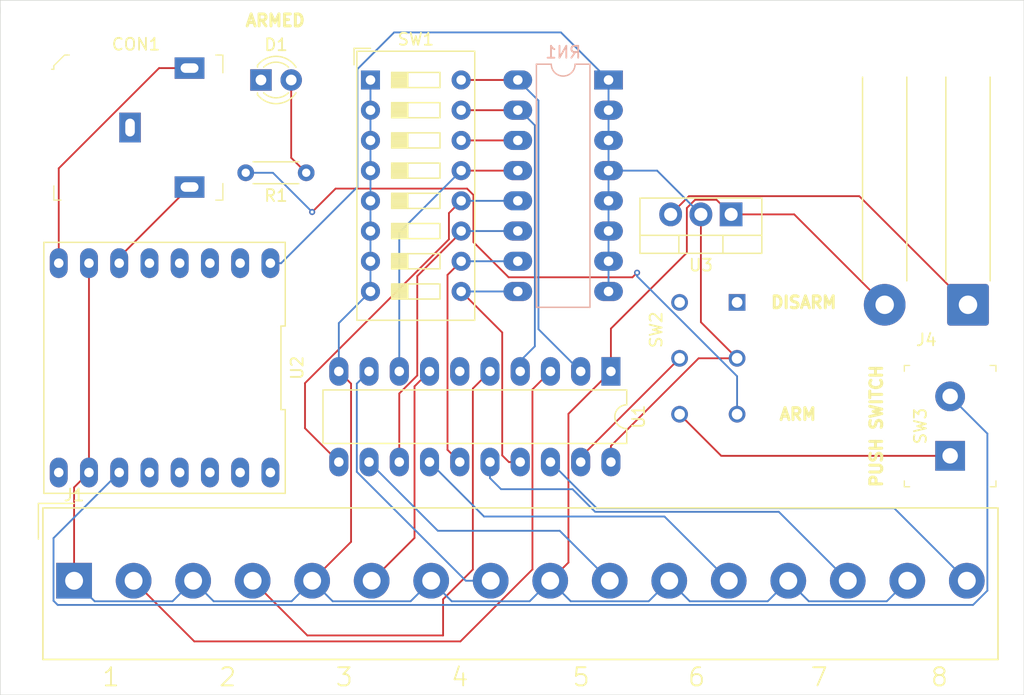
<source format=kicad_pcb>
(kicad_pcb (version 20171130) (host pcbnew "(5.1.10-1-10_14)")

  (general
    (thickness 1.6)
    (drawings 17)
    (tracks 171)
    (zones 0)
    (modules 12)
    (nets 27)
  )

  (page A4)
  (layers
    (0 F.Cu signal)
    (31 B.Cu signal)
    (36 B.SilkS user)
    (37 F.SilkS user)
    (38 B.Mask user)
    (39 F.Mask user)
    (44 Edge.Cuts user)
    (45 Margin user)
    (46 B.CrtYd user hide)
    (47 F.CrtYd user hide)
  )

  (setup
    (last_trace_width 0.1524)
    (trace_clearance 0.1524)
    (zone_clearance 0.508)
    (zone_45_only no)
    (trace_min 0.1524)
    (via_size 0.508)
    (via_drill 0.254)
    (via_min_size 0.508)
    (via_min_drill 0.254)
    (uvia_size 0.000686)
    (uvia_drill 0.00033)
    (uvias_allowed no)
    (uvia_min_size 0)
    (uvia_min_drill 0)
    (edge_width 0.05)
    (segment_width 0.2)
    (pcb_text_width 0.3)
    (pcb_text_size 1.5 1.5)
    (mod_edge_width 0.12)
    (mod_text_size 1 1)
    (mod_text_width 0.15)
    (pad_size 1.524 1.524)
    (pad_drill 0.762)
    (pad_to_mask_clearance 0.0508)
    (solder_mask_min_width 0.1016)
    (aux_axis_origin 0 0)
    (visible_elements FFFFFF7F)
    (pcbplotparams
      (layerselection 0x010fc_ffffffff)
      (usegerberextensions false)
      (usegerberattributes true)
      (usegerberadvancedattributes true)
      (creategerberjobfile true)
      (excludeedgelayer true)
      (linewidth 0.100000)
      (plotframeref false)
      (viasonmask false)
      (mode 1)
      (useauxorigin false)
      (hpglpennumber 1)
      (hpglpenspeed 20)
      (hpglpendiameter 15.000000)
      (psnegative false)
      (psa4output false)
      (plotreference true)
      (plotvalue true)
      (plotinvisibletext false)
      (padsonsilk false)
      (subtractmaskfromsilk false)
      (outputformat 1)
      (mirror false)
      (drillshape 1)
      (scaleselection 1)
      (outputdirectory ""))
  )

  (net 0 "")
  (net 1 GNDREF)
  (net 2 "Net-(D1-Pad2)")
  (net 3 +5V)
  (net 4 +9V)
  (net 5 "Net-(RN1-Pad9)")
  (net 6 "Net-(J1-Pad2)")
  (net 7 "Net-(J1-Pad8)")
  (net 8 "Net-(R1-Pad2)")
  (net 9 "Net-(SW2-Pad5)")
  (net 10 "Net-(SW2-Pad6)")
  (net 11 "Net-(J1-Pad4)")
  (net 12 "Net-(J1-Pad6)")
  (net 13 "Net-(J1-Pad10)")
  (net 14 "Net-(J1-Pad12)")
  (net 15 "Net-(J1-Pad14)")
  (net 16 "Net-(J1-Pad16)")
  (net 17 "Net-(SW3-Pad2)")
  (net 18 "Net-(CON1-Pad3)")
  (net 19 "Net-(CON1-Pad2)")
  (net 20 "Net-(RN1-Pad10)")
  (net 21 "Net-(RN1-Pad11)")
  (net 22 "Net-(RN1-Pad12)")
  (net 23 "Net-(RN1-Pad13)")
  (net 24 "Net-(RN1-Pad14)")
  (net 25 "Net-(RN1-Pad15)")
  (net 26 "Net-(RN1-Pad16)")

  (net_class Default "This is the default net class."
    (clearance 0.1524)
    (trace_width 0.1524)
    (via_dia 0.508)
    (via_drill 0.254)
    (uvia_dia 0.000686)
    (uvia_drill 0.00033)
    (add_net +5V)
    (add_net +9V)
    (add_net GNDREF)
    (add_net "Net-(CON1-Pad2)")
    (add_net "Net-(CON1-Pad3)")
    (add_net "Net-(D1-Pad2)")
    (add_net "Net-(J1-Pad10)")
    (add_net "Net-(J1-Pad12)")
    (add_net "Net-(J1-Pad14)")
    (add_net "Net-(J1-Pad16)")
    (add_net "Net-(J1-Pad2)")
    (add_net "Net-(J1-Pad4)")
    (add_net "Net-(J1-Pad6)")
    (add_net "Net-(J1-Pad8)")
    (add_net "Net-(R1-Pad2)")
    (add_net "Net-(RN1-Pad10)")
    (add_net "Net-(RN1-Pad11)")
    (add_net "Net-(RN1-Pad12)")
    (add_net "Net-(RN1-Pad13)")
    (add_net "Net-(RN1-Pad14)")
    (add_net "Net-(RN1-Pad15)")
    (add_net "Net-(RN1-Pad16)")
    (add_net "Net-(RN1-Pad9)")
    (add_net "Net-(SW2-Pad5)")
    (add_net "Net-(SW2-Pad6)")
    (add_net "Net-(SW3-Pad2)")
  )

  (module Resistor_THT:R_Axial_DIN0204_L3.6mm_D1.6mm_P5.08mm_Horizontal (layer F.Cu) (tedit 5AE5139B) (tstamp 611776B0)
    (at 77 68.2 180)
    (descr "Resistor, Axial_DIN0204 series, Axial, Horizontal, pin pitch=5.08mm, 0.167W, length*diameter=3.6*1.6mm^2, http://cdn-reichelt.de/documents/datenblatt/B400/1_4W%23YAG.pdf")
    (tags "Resistor Axial_DIN0204 series Axial Horizontal pin pitch 5.08mm 0.167W length 3.6mm diameter 1.6mm")
    (path /61324CBF)
    (fp_text reference R1 (at 2.54 -1.92) (layer F.SilkS)
      (effects (font (size 1 1) (thickness 0.15)))
    )
    (fp_text value 110 (at 2.54 1.92) (layer F.Fab)
      (effects (font (size 1 1) (thickness 0.15)))
    )
    (fp_line (start 0.74 -0.8) (end 0.74 0.8) (layer F.Fab) (width 0.1))
    (fp_line (start 0.74 0.8) (end 4.34 0.8) (layer F.Fab) (width 0.1))
    (fp_line (start 4.34 0.8) (end 4.34 -0.8) (layer F.Fab) (width 0.1))
    (fp_line (start 4.34 -0.8) (end 0.74 -0.8) (layer F.Fab) (width 0.1))
    (fp_line (start 0 0) (end 0.74 0) (layer F.Fab) (width 0.1))
    (fp_line (start 5.08 0) (end 4.34 0) (layer F.Fab) (width 0.1))
    (fp_line (start 0.62 -0.92) (end 4.46 -0.92) (layer F.SilkS) (width 0.12))
    (fp_line (start 0.62 0.92) (end 4.46 0.92) (layer F.SilkS) (width 0.12))
    (fp_line (start -0.95 -1.05) (end -0.95 1.05) (layer F.CrtYd) (width 0.05))
    (fp_line (start -0.95 1.05) (end 6.03 1.05) (layer F.CrtYd) (width 0.05))
    (fp_line (start 6.03 1.05) (end 6.03 -1.05) (layer F.CrtYd) (width 0.05))
    (fp_line (start 6.03 -1.05) (end -0.95 -1.05) (layer F.CrtYd) (width 0.05))
    (fp_text user %R (at 2.68 0) (layer F.Fab)
      (effects (font (size 0.72 0.72) (thickness 0.108)))
    )
    (pad 1 thru_hole circle (at 0 0 180) (size 1.4 1.4) (drill 0.7) (layers *.Cu *.Mask)
      (net 2 "Net-(D1-Pad2)"))
    (pad 2 thru_hole oval (at 5.08 0 180) (size 1.4 1.4) (drill 0.7) (layers *.Cu *.Mask)
      (net 8 "Net-(R1-Pad2)"))
    (model ${KISYS3DMOD}/Resistor_THT.3dshapes/R_Axial_DIN0204_L3.6mm_D1.6mm_P5.08mm_Horizontal.wrl
      (at (xyz 0 0 0))
      (scale (xyz 1 1 1))
      (rotate (xyz 0 0 0))
    )
  )

  (module Package_TO_SOT_THT:TO-220-3_Vertical (layer F.Cu) (tedit 5AC8BA0D) (tstamp 611769EB)
    (at 112.7 71.7 180)
    (descr "TO-220-3, Vertical, RM 2.54mm, see https://www.vishay.com/docs/66542/to-220-1.pdf")
    (tags "TO-220-3 Vertical RM 2.54mm")
    (path /60F853DF)
    (fp_text reference U3 (at 2.54 -4.27) (layer F.SilkS)
      (effects (font (size 1 1) (thickness 0.15)))
    )
    (fp_text value LM1084-5.0 (at 2.54 2.5) (layer F.Fab)
      (effects (font (size 1 1) (thickness 0.15)))
    )
    (fp_line (start -2.46 -3.15) (end -2.46 1.25) (layer F.Fab) (width 0.1))
    (fp_line (start -2.46 1.25) (end 7.54 1.25) (layer F.Fab) (width 0.1))
    (fp_line (start 7.54 1.25) (end 7.54 -3.15) (layer F.Fab) (width 0.1))
    (fp_line (start 7.54 -3.15) (end -2.46 -3.15) (layer F.Fab) (width 0.1))
    (fp_line (start -2.46 -1.88) (end 7.54 -1.88) (layer F.Fab) (width 0.1))
    (fp_line (start 0.69 -3.15) (end 0.69 -1.88) (layer F.Fab) (width 0.1))
    (fp_line (start 4.39 -3.15) (end 4.39 -1.88) (layer F.Fab) (width 0.1))
    (fp_line (start -2.58 -3.27) (end 7.66 -3.27) (layer F.SilkS) (width 0.12))
    (fp_line (start -2.58 1.371) (end 7.66 1.371) (layer F.SilkS) (width 0.12))
    (fp_line (start -2.58 -3.27) (end -2.58 1.371) (layer F.SilkS) (width 0.12))
    (fp_line (start 7.66 -3.27) (end 7.66 1.371) (layer F.SilkS) (width 0.12))
    (fp_line (start -2.58 -1.76) (end 7.66 -1.76) (layer F.SilkS) (width 0.12))
    (fp_line (start 0.69 -3.27) (end 0.69 -1.76) (layer F.SilkS) (width 0.12))
    (fp_line (start 4.391 -3.27) (end 4.391 -1.76) (layer F.SilkS) (width 0.12))
    (fp_line (start -2.71 -3.4) (end -2.71 1.51) (layer F.CrtYd) (width 0.05))
    (fp_line (start -2.71 1.51) (end 7.79 1.51) (layer F.CrtYd) (width 0.05))
    (fp_line (start 7.79 1.51) (end 7.79 -3.4) (layer F.CrtYd) (width 0.05))
    (fp_line (start 7.79 -3.4) (end -2.71 -3.4) (layer F.CrtYd) (width 0.05))
    (fp_text user %R (at 2.54 -4.27) (layer F.Fab)
      (effects (font (size 1 1) (thickness 0.15)))
    )
    (pad 1 thru_hole rect (at 0 0 180) (size 1.905 2) (drill 1.1) (layers *.Cu *.Mask)
      (net 1 GNDREF))
    (pad 2 thru_hole oval (at 2.54 0 180) (size 1.905 2) (drill 1.1) (layers *.Cu *.Mask)
      (net 3 +5V))
    (pad 3 thru_hole oval (at 5.08 0 180) (size 1.905 2) (drill 1.1) (layers *.Cu *.Mask)
      (net 4 +9V))
    (model ${KISYS3DMOD}/Package_TO_SOT_THT.3dshapes/TO-220-3_Vertical.wrl
      (at (xyz 0 0 0))
      (scale (xyz 1 1 1))
      (rotate (xyz 0 0 0))
    )
  )

  (module Button_Switch_THT:SW_THT_DPDT_Straight (layer F.Cu) (tedit 611ED4F0) (tstamp 611EE55B)
    (at 113.2 79.1 270)
    (descr "CuK sub miniature slide switch, JS series, DPDT, right angle, http://www.ckswitches.com/media/1422/js.pdf")
    (tags "switch DPDT")
    (path /61313D3A)
    (fp_text reference SW2 (at 2.3 6.8 90) (layer F.SilkS)
      (effects (font (size 1 1) (thickness 0.15)))
    )
    (fp_text value SW_Push_DPDT (at 5.1 7.2 90) (layer F.Fab)
      (effects (font (size 1 1) (thickness 0.15)))
    )
    (fp_text user %R (at 2.9 2.4 90) (layer F.Fab)
      (effects (font (size 1 1) (thickness 0.15)))
    )
    (pad 1 thru_hole rect (at 0 0 270) (size 1.4 1.4) (drill 0.9) (layers *.Cu *.Mask))
    (pad 2 thru_hole circle (at 4.7 0 270) (size 1.4 1.4) (drill 0.9) (layers *.Cu *.Mask)
      (net 3 +5V))
    (pad 3 thru_hole circle (at 9.4 0 270) (size 1.4 1.4) (drill 0.9) (layers *.Cu *.Mask)
      (net 8 "Net-(R1-Pad2)"))
    (pad 4 thru_hole circle (at 0 4.83 270) (size 1.4 1.4) (drill 0.9) (layers *.Cu *.Mask))
    (pad 5 thru_hole circle (at 4.7 4.83 270) (size 1.4 1.4) (drill 0.9) (layers *.Cu *.Mask)
      (net 9 "Net-(SW2-Pad5)"))
    (pad 6 thru_hole circle (at 9.4 4.83 270) (size 1.4 1.4) (drill 0.9) (layers *.Cu *.Mask)
      (net 10 "Net-(SW2-Pad6)"))
    (model ${KISYS3DMOD}/Button_Switch_THT.3dshapes/SW_CuK_JS202011CQN_DPDT_Straight.wrl
      (at (xyz 0 0 0))
      (scale (xyz 1 1 1))
      (rotate (xyz 0 0 0))
    )
  )

  (module Sensor_Audio:DIP-16_692_ELL (layer F.Cu) (tedit 0) (tstamp 611EE6F8)
    (at 65.1 84.6 180)
    (path /60F7EBFE)
    (fp_text reference U2 (at -11.14 0 90) (layer F.SilkS)
      (effects (font (size 1 1) (thickness 0.15)))
    )
    (fp_text value DFPlayer (at 0.7 0.7) (layer F.Fab)
      (effects (font (size 1 1) (thickness 0.15)))
    )
    (fp_line (start -9.89 10.3) (end -9.89 -10.3) (layer F.CrtYd) (width 0.05))
    (fp_line (start 9.89 10.3) (end -9.89 10.3) (layer F.CrtYd) (width 0.05))
    (fp_line (start 9.89 -10.3) (end 9.89 10.3) (layer F.CrtYd) (width 0.05))
    (fp_line (start -9.89 -10.3) (end 9.89 -10.3) (layer F.CrtYd) (width 0.05))
    (fp_line (start -10.14 3.516666) (end -10.14 10.55) (layer F.SilkS) (width 0.12))
    (fp_line (start -9.78 3.516666) (end -10.14 3.516666) (layer F.SilkS) (width 0.12))
    (fp_line (start -9.78 -3.516666) (end -9.78 3.516666) (layer F.SilkS) (width 0.12))
    (fp_line (start -10.14 -3.516666) (end -9.78 -3.516666) (layer F.SilkS) (width 0.12))
    (fp_line (start -10.14 -10.55) (end -10.14 -3.516666) (layer F.SilkS) (width 0.12))
    (fp_line (start 10.14 -10.55) (end -10.14 -10.55) (layer F.SilkS) (width 0.12))
    (fp_line (start 10.14 10.55) (end 10.14 -10.55) (layer F.SilkS) (width 0.12))
    (fp_line (start -10.14 10.55) (end 10.14 10.55) (layer F.SilkS) (width 0.12))
    (pad 16 thru_hole oval (at -8.89 -8.8 180) (size 1.5 2.5) (drill 0.8) (layers *.Cu *.Mask))
    (pad 1 thru_hole oval (at -8.89 8.8 180) (size 1.5 2.5) (drill 0.8) (layers *.Cu *.Mask)
      (net 3 +5V))
    (pad 15 thru_hole oval (at -6.35 -8.8 180) (size 1.5 2.5) (drill 0.8) (layers *.Cu *.Mask))
    (pad 2 thru_hole oval (at -6.35 8.8 180) (size 1.5 2.5) (drill 0.8) (layers *.Cu *.Mask))
    (pad 14 thru_hole oval (at -3.81 -8.8 180) (size 1.5 2.5) (drill 0.8) (layers *.Cu *.Mask))
    (pad 3 thru_hole oval (at -3.81 8.8 180) (size 1.5 2.5) (drill 0.8) (layers *.Cu *.Mask))
    (pad 13 thru_hole oval (at -1.27 -8.8 180) (size 1.5 2.5) (drill 0.8) (layers *.Cu *.Mask))
    (pad 4 thru_hole oval (at -1.27 8.8 180) (size 1.5 2.5) (drill 0.8) (layers *.Cu *.Mask))
    (pad 12 thru_hole oval (at 1.27 -8.8 180) (size 1.5 2.5) (drill 0.8) (layers *.Cu *.Mask))
    (pad 5 thru_hole oval (at 1.27 8.8 180) (size 1.5 2.5) (drill 0.8) (layers *.Cu *.Mask))
    (pad 11 thru_hole oval (at 3.81 -8.8 180) (size 1.5 2.5) (drill 0.8) (layers *.Cu *.Mask)
      (net 17 "Net-(SW3-Pad2)"))
    (pad 6 thru_hole oval (at 3.81 8.8 180) (size 1.5 2.5) (drill 0.8) (layers *.Cu *.Mask)
      (net 19 "Net-(CON1-Pad2)"))
    (pad 10 thru_hole oval (at 6.35 -8.8 180) (size 1.5 2.5) (drill 0.8) (layers *.Cu *.Mask)
      (net 1 GNDREF))
    (pad 7 thru_hole oval (at 6.35 8.8 180) (size 1.5 2.5) (drill 0.8) (layers *.Cu *.Mask)
      (net 1 GNDREF))
    (pad 9 thru_hole oval (at 8.89 -8.8 180) (size 1.5 2.5) (drill 0.8) (layers *.Cu *.Mask))
    (pad 8 thru_hole oval (at 8.89 8.8 180) (size 1.5 2.5) (drill 0.8) (layers *.Cu *.Mask)
      (net 18 "Net-(CON1-Pad3)"))
  )

  (module LED_THT:LED_D3.0mm_Clear (layer F.Cu) (tedit 5A6C9BC0) (tstamp 611EF7DC)
    (at 73.2 60.4)
    (descr "IR-LED, diameter 3.0mm, 2 pins, color: clear")
    (tags "IR infrared LED diameter 3.0mm 2 pins clear")
    (path /6132D9F3)
    (fp_text reference D1 (at 1.27 -2.96) (layer F.SilkS)
      (effects (font (size 1 1) (thickness 0.15)))
    )
    (fp_text value LED (at 1.27 2.96) (layer F.Fab)
      (effects (font (size 1 1) (thickness 0.15)))
    )
    (fp_line (start -0.23 -1.16619) (end -0.23 1.16619) (layer F.Fab) (width 0.1))
    (fp_line (start -0.29 -1.236) (end -0.29 -1.08) (layer F.SilkS) (width 0.12))
    (fp_line (start -0.29 1.08) (end -0.29 1.236) (layer F.SilkS) (width 0.12))
    (fp_line (start -1.15 -2.25) (end -1.15 2.25) (layer F.CrtYd) (width 0.05))
    (fp_line (start -1.15 2.25) (end 3.7 2.25) (layer F.CrtYd) (width 0.05))
    (fp_line (start 3.7 2.25) (end 3.7 -2.25) (layer F.CrtYd) (width 0.05))
    (fp_line (start 3.7 -2.25) (end -1.15 -2.25) (layer F.CrtYd) (width 0.05))
    (fp_circle (center 1.27 0) (end 2.77 0) (layer F.Fab) (width 0.1))
    (fp_text user %R (at 1.47 0) (layer F.Fab)
      (effects (font (size 0.8 0.8) (thickness 0.12)))
    )
    (fp_arc (start 1.27 0) (end -0.23 -1.16619) (angle 284.3) (layer F.Fab) (width 0.1))
    (fp_arc (start 1.27 0) (end -0.29 -1.235516) (angle 108.8) (layer F.SilkS) (width 0.12))
    (fp_arc (start 1.27 0) (end -0.29 1.235516) (angle -108.8) (layer F.SilkS) (width 0.12))
    (fp_arc (start 1.27 0) (end 0.229039 -1.08) (angle 87.9) (layer F.SilkS) (width 0.12))
    (fp_arc (start 1.27 0) (end 0.229039 1.08) (angle -87.9) (layer F.SilkS) (width 0.12))
    (pad 1 thru_hole rect (at 0 0) (size 1.8 1.8) (drill 0.9) (layers *.Cu *.Mask)
      (net 1 GNDREF))
    (pad 2 thru_hole circle (at 2.54 0) (size 1.8 1.8) (drill 0.9) (layers *.Cu *.Mask)
      (net 2 "Net-(D1-Pad2)"))
    (model ${KISYS3DMOD}/LED_THT.3dshapes/LED_D3.0mm_Clear.wrl
      (at (xyz 0 0 0))
      (scale (xyz 1 1 1))
      (rotate (xyz 0 0 0))
    )
  )

  (module Package_DIP:DIP-20_W7.62mm_LongPads (layer F.Cu) (tedit 5A02E8C5) (tstamp 611EFD43)
    (at 102.6 84.9 270)
    (descr "20-lead though-hole mounted DIP package, row spacing 7.62 mm (300 mils), LongPads")
    (tags "THT DIP DIL PDIP 2.54mm 7.62mm 300mil LongPads")
    (path /611853A5)
    (fp_text reference U1 (at 3.81 -2.33 90) (layer F.SilkS)
      (effects (font (size 1 1) (thickness 0.15)))
    )
    (fp_text value 74LS688 (at 3.81 25.19 90) (layer F.Fab)
      (effects (font (size 1 1) (thickness 0.15)))
    )
    (fp_line (start 1.635 -1.27) (end 6.985 -1.27) (layer F.Fab) (width 0.1))
    (fp_line (start 6.985 -1.27) (end 6.985 24.13) (layer F.Fab) (width 0.1))
    (fp_line (start 6.985 24.13) (end 0.635 24.13) (layer F.Fab) (width 0.1))
    (fp_line (start 0.635 24.13) (end 0.635 -0.27) (layer F.Fab) (width 0.1))
    (fp_line (start 0.635 -0.27) (end 1.635 -1.27) (layer F.Fab) (width 0.1))
    (fp_line (start 2.81 -1.33) (end 1.56 -1.33) (layer F.SilkS) (width 0.12))
    (fp_line (start 1.56 -1.33) (end 1.56 24.19) (layer F.SilkS) (width 0.12))
    (fp_line (start 1.56 24.19) (end 6.06 24.19) (layer F.SilkS) (width 0.12))
    (fp_line (start 6.06 24.19) (end 6.06 -1.33) (layer F.SilkS) (width 0.12))
    (fp_line (start 6.06 -1.33) (end 4.81 -1.33) (layer F.SilkS) (width 0.12))
    (fp_line (start -1.45 -1.55) (end -1.45 24.4) (layer F.CrtYd) (width 0.05))
    (fp_line (start -1.45 24.4) (end 9.1 24.4) (layer F.CrtYd) (width 0.05))
    (fp_line (start 9.1 24.4) (end 9.1 -1.55) (layer F.CrtYd) (width 0.05))
    (fp_line (start 9.1 -1.55) (end -1.45 -1.55) (layer F.CrtYd) (width 0.05))
    (fp_arc (start 3.81 -1.33) (end 2.81 -1.33) (angle -180) (layer F.SilkS) (width 0.12))
    (fp_text user %R (at 3.81 11.43 90) (layer F.Fab)
      (effects (font (size 1 1) (thickness 0.15)))
    )
    (pad 1 thru_hole rect (at 0 0 270) (size 2.4 1.6) (drill 0.8) (layers *.Cu *.Mask)
      (net 1 GNDREF))
    (pad 11 thru_hole oval (at 7.62 22.86 270) (size 2.4 1.6) (drill 0.8) (layers *.Cu *.Mask)
      (net 22 "Net-(RN1-Pad12)"))
    (pad 2 thru_hole oval (at 0 2.54 270) (size 2.4 1.6) (drill 0.8) (layers *.Cu *.Mask)
      (net 26 "Net-(RN1-Pad16)"))
    (pad 12 thru_hole oval (at 7.62 20.32 270) (size 2.4 1.6) (drill 0.8) (layers *.Cu *.Mask)
      (net 13 "Net-(J1-Pad10)"))
    (pad 3 thru_hole oval (at 0 5.08 270) (size 2.4 1.6) (drill 0.8) (layers *.Cu *.Mask)
      (net 6 "Net-(J1-Pad2)"))
    (pad 13 thru_hole oval (at 7.62 17.78 270) (size 2.4 1.6) (drill 0.8) (layers *.Cu *.Mask)
      (net 21 "Net-(RN1-Pad11)"))
    (pad 4 thru_hole oval (at 0 7.62 270) (size 2.4 1.6) (drill 0.8) (layers *.Cu *.Mask)
      (net 25 "Net-(RN1-Pad15)"))
    (pad 14 thru_hole oval (at 7.62 15.24 270) (size 2.4 1.6) (drill 0.8) (layers *.Cu *.Mask)
      (net 14 "Net-(J1-Pad12)"))
    (pad 5 thru_hole oval (at 0 10.16 270) (size 2.4 1.6) (drill 0.8) (layers *.Cu *.Mask)
      (net 11 "Net-(J1-Pad4)"))
    (pad 15 thru_hole oval (at 7.62 12.7 270) (size 2.4 1.6) (drill 0.8) (layers *.Cu *.Mask)
      (net 20 "Net-(RN1-Pad10)"))
    (pad 6 thru_hole oval (at 0 12.7 270) (size 2.4 1.6) (drill 0.8) (layers *.Cu *.Mask)
      (net 24 "Net-(RN1-Pad14)"))
    (pad 16 thru_hole oval (at 7.62 10.16 270) (size 2.4 1.6) (drill 0.8) (layers *.Cu *.Mask)
      (net 15 "Net-(J1-Pad14)"))
    (pad 7 thru_hole oval (at 0 15.24 270) (size 2.4 1.6) (drill 0.8) (layers *.Cu *.Mask)
      (net 12 "Net-(J1-Pad6)"))
    (pad 17 thru_hole oval (at 7.62 7.62 270) (size 2.4 1.6) (drill 0.8) (layers *.Cu *.Mask)
      (net 5 "Net-(RN1-Pad9)"))
    (pad 8 thru_hole oval (at 0 17.78 270) (size 2.4 1.6) (drill 0.8) (layers *.Cu *.Mask)
      (net 23 "Net-(RN1-Pad13)"))
    (pad 18 thru_hole oval (at 7.62 5.08 270) (size 2.4 1.6) (drill 0.8) (layers *.Cu *.Mask)
      (net 16 "Net-(J1-Pad16)"))
    (pad 9 thru_hole oval (at 0 20.32 270) (size 2.4 1.6) (drill 0.8) (layers *.Cu *.Mask)
      (net 7 "Net-(J1-Pad8)"))
    (pad 19 thru_hole oval (at 7.62 2.54 270) (size 2.4 1.6) (drill 0.8) (layers *.Cu *.Mask)
      (net 9 "Net-(SW2-Pad5)"))
    (pad 10 thru_hole oval (at 0 22.86 270) (size 2.4 1.6) (drill 0.8) (layers *.Cu *.Mask)
      (net 1 GNDREF))
    (pad 20 thru_hole oval (at 7.62 0 270) (size 2.4 1.6) (drill 0.8) (layers *.Cu *.Mask)
      (net 3 +5V))
    (model ${KISYS3DMOD}/Package_DIP.3dshapes/DIP-20_W7.62mm.wrl
      (at (xyz 0 0 0))
      (scale (xyz 1 1 1))
      (rotate (xyz 0 0 0))
    )
  )

  (module Button_Switch_THT:SW_DIP_SPSTx08_Slide_9.78x22.5mm_W7.62mm_P2.54mm (layer F.Cu) (tedit 5A4E1405) (tstamp 611F0C7B)
    (at 82.4 60.4)
    (descr "8x-dip-switch SPST , Slide, row spacing 7.62 mm (300 mils), body size 9.78x22.5mm (see e.g. https://www.ctscorp.com/wp-content/uploads/206-208.pdf)")
    (tags "DIP Switch SPST Slide 7.62mm 300mil")
    (path /611982B9)
    (fp_text reference SW1 (at 3.81 -3.42) (layer F.SilkS)
      (effects (font (size 1 1) (thickness 0.15)))
    )
    (fp_text value SW_DIP_x08 (at 3.81 21.2) (layer F.Fab)
      (effects (font (size 1 1) (thickness 0.15)))
    )
    (fp_line (start -0.08 -2.36) (end 8.7 -2.36) (layer F.Fab) (width 0.1))
    (fp_line (start 8.7 -2.36) (end 8.7 20.14) (layer F.Fab) (width 0.1))
    (fp_line (start 8.7 20.14) (end -1.08 20.14) (layer F.Fab) (width 0.1))
    (fp_line (start -1.08 20.14) (end -1.08 -1.36) (layer F.Fab) (width 0.1))
    (fp_line (start -1.08 -1.36) (end -0.08 -2.36) (layer F.Fab) (width 0.1))
    (fp_line (start 1.78 -0.635) (end 1.78 0.635) (layer F.Fab) (width 0.1))
    (fp_line (start 1.78 0.635) (end 5.84 0.635) (layer F.Fab) (width 0.1))
    (fp_line (start 5.84 0.635) (end 5.84 -0.635) (layer F.Fab) (width 0.1))
    (fp_line (start 5.84 -0.635) (end 1.78 -0.635) (layer F.Fab) (width 0.1))
    (fp_line (start 1.78 -0.535) (end 3.133333 -0.535) (layer F.Fab) (width 0.1))
    (fp_line (start 1.78 -0.435) (end 3.133333 -0.435) (layer F.Fab) (width 0.1))
    (fp_line (start 1.78 -0.335) (end 3.133333 -0.335) (layer F.Fab) (width 0.1))
    (fp_line (start 1.78 -0.235) (end 3.133333 -0.235) (layer F.Fab) (width 0.1))
    (fp_line (start 1.78 -0.135) (end 3.133333 -0.135) (layer F.Fab) (width 0.1))
    (fp_line (start 1.78 -0.035) (end 3.133333 -0.035) (layer F.Fab) (width 0.1))
    (fp_line (start 1.78 0.065) (end 3.133333 0.065) (layer F.Fab) (width 0.1))
    (fp_line (start 1.78 0.165) (end 3.133333 0.165) (layer F.Fab) (width 0.1))
    (fp_line (start 1.78 0.265) (end 3.133333 0.265) (layer F.Fab) (width 0.1))
    (fp_line (start 1.78 0.365) (end 3.133333 0.365) (layer F.Fab) (width 0.1))
    (fp_line (start 1.78 0.465) (end 3.133333 0.465) (layer F.Fab) (width 0.1))
    (fp_line (start 1.78 0.565) (end 3.133333 0.565) (layer F.Fab) (width 0.1))
    (fp_line (start 3.133333 -0.635) (end 3.133333 0.635) (layer F.Fab) (width 0.1))
    (fp_line (start 1.78 1.905) (end 1.78 3.175) (layer F.Fab) (width 0.1))
    (fp_line (start 1.78 3.175) (end 5.84 3.175) (layer F.Fab) (width 0.1))
    (fp_line (start 5.84 3.175) (end 5.84 1.905) (layer F.Fab) (width 0.1))
    (fp_line (start 5.84 1.905) (end 1.78 1.905) (layer F.Fab) (width 0.1))
    (fp_line (start 1.78 2.005) (end 3.133333 2.005) (layer F.Fab) (width 0.1))
    (fp_line (start 1.78 2.105) (end 3.133333 2.105) (layer F.Fab) (width 0.1))
    (fp_line (start 1.78 2.205) (end 3.133333 2.205) (layer F.Fab) (width 0.1))
    (fp_line (start 1.78 2.305) (end 3.133333 2.305) (layer F.Fab) (width 0.1))
    (fp_line (start 1.78 2.405) (end 3.133333 2.405) (layer F.Fab) (width 0.1))
    (fp_line (start 1.78 2.505) (end 3.133333 2.505) (layer F.Fab) (width 0.1))
    (fp_line (start 1.78 2.605) (end 3.133333 2.605) (layer F.Fab) (width 0.1))
    (fp_line (start 1.78 2.705) (end 3.133333 2.705) (layer F.Fab) (width 0.1))
    (fp_line (start 1.78 2.805) (end 3.133333 2.805) (layer F.Fab) (width 0.1))
    (fp_line (start 1.78 2.905) (end 3.133333 2.905) (layer F.Fab) (width 0.1))
    (fp_line (start 1.78 3.005) (end 3.133333 3.005) (layer F.Fab) (width 0.1))
    (fp_line (start 1.78 3.105) (end 3.133333 3.105) (layer F.Fab) (width 0.1))
    (fp_line (start 3.133333 1.905) (end 3.133333 3.175) (layer F.Fab) (width 0.1))
    (fp_line (start 1.78 4.445) (end 1.78 5.715) (layer F.Fab) (width 0.1))
    (fp_line (start 1.78 5.715) (end 5.84 5.715) (layer F.Fab) (width 0.1))
    (fp_line (start 5.84 5.715) (end 5.84 4.445) (layer F.Fab) (width 0.1))
    (fp_line (start 5.84 4.445) (end 1.78 4.445) (layer F.Fab) (width 0.1))
    (fp_line (start 1.78 4.545) (end 3.133333 4.545) (layer F.Fab) (width 0.1))
    (fp_line (start 1.78 4.645) (end 3.133333 4.645) (layer F.Fab) (width 0.1))
    (fp_line (start 1.78 4.745) (end 3.133333 4.745) (layer F.Fab) (width 0.1))
    (fp_line (start 1.78 4.845) (end 3.133333 4.845) (layer F.Fab) (width 0.1))
    (fp_line (start 1.78 4.945) (end 3.133333 4.945) (layer F.Fab) (width 0.1))
    (fp_line (start 1.78 5.045) (end 3.133333 5.045) (layer F.Fab) (width 0.1))
    (fp_line (start 1.78 5.145) (end 3.133333 5.145) (layer F.Fab) (width 0.1))
    (fp_line (start 1.78 5.245) (end 3.133333 5.245) (layer F.Fab) (width 0.1))
    (fp_line (start 1.78 5.345) (end 3.133333 5.345) (layer F.Fab) (width 0.1))
    (fp_line (start 1.78 5.445) (end 3.133333 5.445) (layer F.Fab) (width 0.1))
    (fp_line (start 1.78 5.545) (end 3.133333 5.545) (layer F.Fab) (width 0.1))
    (fp_line (start 1.78 5.645) (end 3.133333 5.645) (layer F.Fab) (width 0.1))
    (fp_line (start 3.133333 4.445) (end 3.133333 5.715) (layer F.Fab) (width 0.1))
    (fp_line (start 1.78 6.985) (end 1.78 8.255) (layer F.Fab) (width 0.1))
    (fp_line (start 1.78 8.255) (end 5.84 8.255) (layer F.Fab) (width 0.1))
    (fp_line (start 5.84 8.255) (end 5.84 6.985) (layer F.Fab) (width 0.1))
    (fp_line (start 5.84 6.985) (end 1.78 6.985) (layer F.Fab) (width 0.1))
    (fp_line (start 1.78 7.085) (end 3.133333 7.085) (layer F.Fab) (width 0.1))
    (fp_line (start 1.78 7.185) (end 3.133333 7.185) (layer F.Fab) (width 0.1))
    (fp_line (start 1.78 7.285) (end 3.133333 7.285) (layer F.Fab) (width 0.1))
    (fp_line (start 1.78 7.385) (end 3.133333 7.385) (layer F.Fab) (width 0.1))
    (fp_line (start 1.78 7.485) (end 3.133333 7.485) (layer F.Fab) (width 0.1))
    (fp_line (start 1.78 7.585) (end 3.133333 7.585) (layer F.Fab) (width 0.1))
    (fp_line (start 1.78 7.685) (end 3.133333 7.685) (layer F.Fab) (width 0.1))
    (fp_line (start 1.78 7.785) (end 3.133333 7.785) (layer F.Fab) (width 0.1))
    (fp_line (start 1.78 7.885) (end 3.133333 7.885) (layer F.Fab) (width 0.1))
    (fp_line (start 1.78 7.985) (end 3.133333 7.985) (layer F.Fab) (width 0.1))
    (fp_line (start 1.78 8.085) (end 3.133333 8.085) (layer F.Fab) (width 0.1))
    (fp_line (start 1.78 8.185) (end 3.133333 8.185) (layer F.Fab) (width 0.1))
    (fp_line (start 3.133333 6.985) (end 3.133333 8.255) (layer F.Fab) (width 0.1))
    (fp_line (start 1.78 9.525) (end 1.78 10.795) (layer F.Fab) (width 0.1))
    (fp_line (start 1.78 10.795) (end 5.84 10.795) (layer F.Fab) (width 0.1))
    (fp_line (start 5.84 10.795) (end 5.84 9.525) (layer F.Fab) (width 0.1))
    (fp_line (start 5.84 9.525) (end 1.78 9.525) (layer F.Fab) (width 0.1))
    (fp_line (start 1.78 9.625) (end 3.133333 9.625) (layer F.Fab) (width 0.1))
    (fp_line (start 1.78 9.725) (end 3.133333 9.725) (layer F.Fab) (width 0.1))
    (fp_line (start 1.78 9.825) (end 3.133333 9.825) (layer F.Fab) (width 0.1))
    (fp_line (start 1.78 9.925) (end 3.133333 9.925) (layer F.Fab) (width 0.1))
    (fp_line (start 1.78 10.025) (end 3.133333 10.025) (layer F.Fab) (width 0.1))
    (fp_line (start 1.78 10.125) (end 3.133333 10.125) (layer F.Fab) (width 0.1))
    (fp_line (start 1.78 10.225) (end 3.133333 10.225) (layer F.Fab) (width 0.1))
    (fp_line (start 1.78 10.325) (end 3.133333 10.325) (layer F.Fab) (width 0.1))
    (fp_line (start 1.78 10.425) (end 3.133333 10.425) (layer F.Fab) (width 0.1))
    (fp_line (start 1.78 10.525) (end 3.133333 10.525) (layer F.Fab) (width 0.1))
    (fp_line (start 1.78 10.625) (end 3.133333 10.625) (layer F.Fab) (width 0.1))
    (fp_line (start 1.78 10.725) (end 3.133333 10.725) (layer F.Fab) (width 0.1))
    (fp_line (start 3.133333 9.525) (end 3.133333 10.795) (layer F.Fab) (width 0.1))
    (fp_line (start 1.78 12.065) (end 1.78 13.335) (layer F.Fab) (width 0.1))
    (fp_line (start 1.78 13.335) (end 5.84 13.335) (layer F.Fab) (width 0.1))
    (fp_line (start 5.84 13.335) (end 5.84 12.065) (layer F.Fab) (width 0.1))
    (fp_line (start 5.84 12.065) (end 1.78 12.065) (layer F.Fab) (width 0.1))
    (fp_line (start 1.78 12.165) (end 3.133333 12.165) (layer F.Fab) (width 0.1))
    (fp_line (start 1.78 12.265) (end 3.133333 12.265) (layer F.Fab) (width 0.1))
    (fp_line (start 1.78 12.365) (end 3.133333 12.365) (layer F.Fab) (width 0.1))
    (fp_line (start 1.78 12.465) (end 3.133333 12.465) (layer F.Fab) (width 0.1))
    (fp_line (start 1.78 12.565) (end 3.133333 12.565) (layer F.Fab) (width 0.1))
    (fp_line (start 1.78 12.665) (end 3.133333 12.665) (layer F.Fab) (width 0.1))
    (fp_line (start 1.78 12.765) (end 3.133333 12.765) (layer F.Fab) (width 0.1))
    (fp_line (start 1.78 12.865) (end 3.133333 12.865) (layer F.Fab) (width 0.1))
    (fp_line (start 1.78 12.965) (end 3.133333 12.965) (layer F.Fab) (width 0.1))
    (fp_line (start 1.78 13.065) (end 3.133333 13.065) (layer F.Fab) (width 0.1))
    (fp_line (start 1.78 13.165) (end 3.133333 13.165) (layer F.Fab) (width 0.1))
    (fp_line (start 1.78 13.265) (end 3.133333 13.265) (layer F.Fab) (width 0.1))
    (fp_line (start 3.133333 12.065) (end 3.133333 13.335) (layer F.Fab) (width 0.1))
    (fp_line (start 1.78 14.605) (end 1.78 15.875) (layer F.Fab) (width 0.1))
    (fp_line (start 1.78 15.875) (end 5.84 15.875) (layer F.Fab) (width 0.1))
    (fp_line (start 5.84 15.875) (end 5.84 14.605) (layer F.Fab) (width 0.1))
    (fp_line (start 5.84 14.605) (end 1.78 14.605) (layer F.Fab) (width 0.1))
    (fp_line (start 1.78 14.705) (end 3.133333 14.705) (layer F.Fab) (width 0.1))
    (fp_line (start 1.78 14.805) (end 3.133333 14.805) (layer F.Fab) (width 0.1))
    (fp_line (start 1.78 14.905) (end 3.133333 14.905) (layer F.Fab) (width 0.1))
    (fp_line (start 1.78 15.005) (end 3.133333 15.005) (layer F.Fab) (width 0.1))
    (fp_line (start 1.78 15.105) (end 3.133333 15.105) (layer F.Fab) (width 0.1))
    (fp_line (start 1.78 15.205) (end 3.133333 15.205) (layer F.Fab) (width 0.1))
    (fp_line (start 1.78 15.305) (end 3.133333 15.305) (layer F.Fab) (width 0.1))
    (fp_line (start 1.78 15.405) (end 3.133333 15.405) (layer F.Fab) (width 0.1))
    (fp_line (start 1.78 15.505) (end 3.133333 15.505) (layer F.Fab) (width 0.1))
    (fp_line (start 1.78 15.605) (end 3.133333 15.605) (layer F.Fab) (width 0.1))
    (fp_line (start 1.78 15.705) (end 3.133333 15.705) (layer F.Fab) (width 0.1))
    (fp_line (start 1.78 15.805) (end 3.133333 15.805) (layer F.Fab) (width 0.1))
    (fp_line (start 3.133333 14.605) (end 3.133333 15.875) (layer F.Fab) (width 0.1))
    (fp_line (start 1.78 17.145) (end 1.78 18.415) (layer F.Fab) (width 0.1))
    (fp_line (start 1.78 18.415) (end 5.84 18.415) (layer F.Fab) (width 0.1))
    (fp_line (start 5.84 18.415) (end 5.84 17.145) (layer F.Fab) (width 0.1))
    (fp_line (start 5.84 17.145) (end 1.78 17.145) (layer F.Fab) (width 0.1))
    (fp_line (start 1.78 17.245) (end 3.133333 17.245) (layer F.Fab) (width 0.1))
    (fp_line (start 1.78 17.345) (end 3.133333 17.345) (layer F.Fab) (width 0.1))
    (fp_line (start 1.78 17.445) (end 3.133333 17.445) (layer F.Fab) (width 0.1))
    (fp_line (start 1.78 17.545) (end 3.133333 17.545) (layer F.Fab) (width 0.1))
    (fp_line (start 1.78 17.645) (end 3.133333 17.645) (layer F.Fab) (width 0.1))
    (fp_line (start 1.78 17.745) (end 3.133333 17.745) (layer F.Fab) (width 0.1))
    (fp_line (start 1.78 17.845) (end 3.133333 17.845) (layer F.Fab) (width 0.1))
    (fp_line (start 1.78 17.945) (end 3.133333 17.945) (layer F.Fab) (width 0.1))
    (fp_line (start 1.78 18.045) (end 3.133333 18.045) (layer F.Fab) (width 0.1))
    (fp_line (start 1.78 18.145) (end 3.133333 18.145) (layer F.Fab) (width 0.1))
    (fp_line (start 1.78 18.245) (end 3.133333 18.245) (layer F.Fab) (width 0.1))
    (fp_line (start 1.78 18.345) (end 3.133333 18.345) (layer F.Fab) (width 0.1))
    (fp_line (start 3.133333 17.145) (end 3.133333 18.415) (layer F.Fab) (width 0.1))
    (fp_line (start -1.14 -2.42) (end 8.76 -2.42) (layer F.SilkS) (width 0.12))
    (fp_line (start -1.14 20.201) (end 8.76 20.201) (layer F.SilkS) (width 0.12))
    (fp_line (start -1.14 -2.42) (end -1.14 20.201) (layer F.SilkS) (width 0.12))
    (fp_line (start 8.76 -2.42) (end 8.76 20.201) (layer F.SilkS) (width 0.12))
    (fp_line (start -1.38 -2.66) (end 0.004 -2.66) (layer F.SilkS) (width 0.12))
    (fp_line (start -1.38 -2.66) (end -1.38 -1.277) (layer F.SilkS) (width 0.12))
    (fp_line (start 1.78 -0.635) (end 1.78 0.635) (layer F.SilkS) (width 0.12))
    (fp_line (start 1.78 0.635) (end 5.84 0.635) (layer F.SilkS) (width 0.12))
    (fp_line (start 5.84 0.635) (end 5.84 -0.635) (layer F.SilkS) (width 0.12))
    (fp_line (start 5.84 -0.635) (end 1.78 -0.635) (layer F.SilkS) (width 0.12))
    (fp_line (start 1.78 -0.515) (end 3.133333 -0.515) (layer F.SilkS) (width 0.12))
    (fp_line (start 1.78 -0.395) (end 3.133333 -0.395) (layer F.SilkS) (width 0.12))
    (fp_line (start 1.78 -0.275) (end 3.133333 -0.275) (layer F.SilkS) (width 0.12))
    (fp_line (start 1.78 -0.155) (end 3.133333 -0.155) (layer F.SilkS) (width 0.12))
    (fp_line (start 1.78 -0.035) (end 3.133333 -0.035) (layer F.SilkS) (width 0.12))
    (fp_line (start 1.78 0.085) (end 3.133333 0.085) (layer F.SilkS) (width 0.12))
    (fp_line (start 1.78 0.205) (end 3.133333 0.205) (layer F.SilkS) (width 0.12))
    (fp_line (start 1.78 0.325) (end 3.133333 0.325) (layer F.SilkS) (width 0.12))
    (fp_line (start 1.78 0.445) (end 3.133333 0.445) (layer F.SilkS) (width 0.12))
    (fp_line (start 1.78 0.565) (end 3.133333 0.565) (layer F.SilkS) (width 0.12))
    (fp_line (start 3.133333 -0.635) (end 3.133333 0.635) (layer F.SilkS) (width 0.12))
    (fp_line (start 1.78 1.905) (end 1.78 3.175) (layer F.SilkS) (width 0.12))
    (fp_line (start 1.78 3.175) (end 5.84 3.175) (layer F.SilkS) (width 0.12))
    (fp_line (start 5.84 3.175) (end 5.84 1.905) (layer F.SilkS) (width 0.12))
    (fp_line (start 5.84 1.905) (end 1.78 1.905) (layer F.SilkS) (width 0.12))
    (fp_line (start 1.78 2.025) (end 3.133333 2.025) (layer F.SilkS) (width 0.12))
    (fp_line (start 1.78 2.145) (end 3.133333 2.145) (layer F.SilkS) (width 0.12))
    (fp_line (start 1.78 2.265) (end 3.133333 2.265) (layer F.SilkS) (width 0.12))
    (fp_line (start 1.78 2.385) (end 3.133333 2.385) (layer F.SilkS) (width 0.12))
    (fp_line (start 1.78 2.505) (end 3.133333 2.505) (layer F.SilkS) (width 0.12))
    (fp_line (start 1.78 2.625) (end 3.133333 2.625) (layer F.SilkS) (width 0.12))
    (fp_line (start 1.78 2.745) (end 3.133333 2.745) (layer F.SilkS) (width 0.12))
    (fp_line (start 1.78 2.865) (end 3.133333 2.865) (layer F.SilkS) (width 0.12))
    (fp_line (start 1.78 2.985) (end 3.133333 2.985) (layer F.SilkS) (width 0.12))
    (fp_line (start 1.78 3.105) (end 3.133333 3.105) (layer F.SilkS) (width 0.12))
    (fp_line (start 3.133333 1.905) (end 3.133333 3.175) (layer F.SilkS) (width 0.12))
    (fp_line (start 1.78 4.445) (end 1.78 5.715) (layer F.SilkS) (width 0.12))
    (fp_line (start 1.78 5.715) (end 5.84 5.715) (layer F.SilkS) (width 0.12))
    (fp_line (start 5.84 5.715) (end 5.84 4.445) (layer F.SilkS) (width 0.12))
    (fp_line (start 5.84 4.445) (end 1.78 4.445) (layer F.SilkS) (width 0.12))
    (fp_line (start 1.78 4.565) (end 3.133333 4.565) (layer F.SilkS) (width 0.12))
    (fp_line (start 1.78 4.685) (end 3.133333 4.685) (layer F.SilkS) (width 0.12))
    (fp_line (start 1.78 4.805) (end 3.133333 4.805) (layer F.SilkS) (width 0.12))
    (fp_line (start 1.78 4.925) (end 3.133333 4.925) (layer F.SilkS) (width 0.12))
    (fp_line (start 1.78 5.045) (end 3.133333 5.045) (layer F.SilkS) (width 0.12))
    (fp_line (start 1.78 5.165) (end 3.133333 5.165) (layer F.SilkS) (width 0.12))
    (fp_line (start 1.78 5.285) (end 3.133333 5.285) (layer F.SilkS) (width 0.12))
    (fp_line (start 1.78 5.405) (end 3.133333 5.405) (layer F.SilkS) (width 0.12))
    (fp_line (start 1.78 5.525) (end 3.133333 5.525) (layer F.SilkS) (width 0.12))
    (fp_line (start 1.78 5.645) (end 3.133333 5.645) (layer F.SilkS) (width 0.12))
    (fp_line (start 3.133333 4.445) (end 3.133333 5.715) (layer F.SilkS) (width 0.12))
    (fp_line (start 1.78 6.985) (end 1.78 8.255) (layer F.SilkS) (width 0.12))
    (fp_line (start 1.78 8.255) (end 5.84 8.255) (layer F.SilkS) (width 0.12))
    (fp_line (start 5.84 8.255) (end 5.84 6.985) (layer F.SilkS) (width 0.12))
    (fp_line (start 5.84 6.985) (end 1.78 6.985) (layer F.SilkS) (width 0.12))
    (fp_line (start 1.78 7.105) (end 3.133333 7.105) (layer F.SilkS) (width 0.12))
    (fp_line (start 1.78 7.225) (end 3.133333 7.225) (layer F.SilkS) (width 0.12))
    (fp_line (start 1.78 7.345) (end 3.133333 7.345) (layer F.SilkS) (width 0.12))
    (fp_line (start 1.78 7.465) (end 3.133333 7.465) (layer F.SilkS) (width 0.12))
    (fp_line (start 1.78 7.585) (end 3.133333 7.585) (layer F.SilkS) (width 0.12))
    (fp_line (start 1.78 7.705) (end 3.133333 7.705) (layer F.SilkS) (width 0.12))
    (fp_line (start 1.78 7.825) (end 3.133333 7.825) (layer F.SilkS) (width 0.12))
    (fp_line (start 1.78 7.945) (end 3.133333 7.945) (layer F.SilkS) (width 0.12))
    (fp_line (start 1.78 8.065) (end 3.133333 8.065) (layer F.SilkS) (width 0.12))
    (fp_line (start 1.78 8.185) (end 3.133333 8.185) (layer F.SilkS) (width 0.12))
    (fp_line (start 3.133333 6.985) (end 3.133333 8.255) (layer F.SilkS) (width 0.12))
    (fp_line (start 1.78 9.525) (end 1.78 10.795) (layer F.SilkS) (width 0.12))
    (fp_line (start 1.78 10.795) (end 5.84 10.795) (layer F.SilkS) (width 0.12))
    (fp_line (start 5.84 10.795) (end 5.84 9.525) (layer F.SilkS) (width 0.12))
    (fp_line (start 5.84 9.525) (end 1.78 9.525) (layer F.SilkS) (width 0.12))
    (fp_line (start 1.78 9.645) (end 3.133333 9.645) (layer F.SilkS) (width 0.12))
    (fp_line (start 1.78 9.765) (end 3.133333 9.765) (layer F.SilkS) (width 0.12))
    (fp_line (start 1.78 9.885) (end 3.133333 9.885) (layer F.SilkS) (width 0.12))
    (fp_line (start 1.78 10.005) (end 3.133333 10.005) (layer F.SilkS) (width 0.12))
    (fp_line (start 1.78 10.125) (end 3.133333 10.125) (layer F.SilkS) (width 0.12))
    (fp_line (start 1.78 10.245) (end 3.133333 10.245) (layer F.SilkS) (width 0.12))
    (fp_line (start 1.78 10.365) (end 3.133333 10.365) (layer F.SilkS) (width 0.12))
    (fp_line (start 1.78 10.485) (end 3.133333 10.485) (layer F.SilkS) (width 0.12))
    (fp_line (start 1.78 10.605) (end 3.133333 10.605) (layer F.SilkS) (width 0.12))
    (fp_line (start 1.78 10.725) (end 3.133333 10.725) (layer F.SilkS) (width 0.12))
    (fp_line (start 3.133333 9.525) (end 3.133333 10.795) (layer F.SilkS) (width 0.12))
    (fp_line (start 1.78 12.065) (end 1.78 13.335) (layer F.SilkS) (width 0.12))
    (fp_line (start 1.78 13.335) (end 5.84 13.335) (layer F.SilkS) (width 0.12))
    (fp_line (start 5.84 13.335) (end 5.84 12.065) (layer F.SilkS) (width 0.12))
    (fp_line (start 5.84 12.065) (end 1.78 12.065) (layer F.SilkS) (width 0.12))
    (fp_line (start 1.78 12.185) (end 3.133333 12.185) (layer F.SilkS) (width 0.12))
    (fp_line (start 1.78 12.305) (end 3.133333 12.305) (layer F.SilkS) (width 0.12))
    (fp_line (start 1.78 12.425) (end 3.133333 12.425) (layer F.SilkS) (width 0.12))
    (fp_line (start 1.78 12.545) (end 3.133333 12.545) (layer F.SilkS) (width 0.12))
    (fp_line (start 1.78 12.665) (end 3.133333 12.665) (layer F.SilkS) (width 0.12))
    (fp_line (start 1.78 12.785) (end 3.133333 12.785) (layer F.SilkS) (width 0.12))
    (fp_line (start 1.78 12.905) (end 3.133333 12.905) (layer F.SilkS) (width 0.12))
    (fp_line (start 1.78 13.025) (end 3.133333 13.025) (layer F.SilkS) (width 0.12))
    (fp_line (start 1.78 13.145) (end 3.133333 13.145) (layer F.SilkS) (width 0.12))
    (fp_line (start 1.78 13.265) (end 3.133333 13.265) (layer F.SilkS) (width 0.12))
    (fp_line (start 3.133333 12.065) (end 3.133333 13.335) (layer F.SilkS) (width 0.12))
    (fp_line (start 1.78 14.605) (end 1.78 15.875) (layer F.SilkS) (width 0.12))
    (fp_line (start 1.78 15.875) (end 5.84 15.875) (layer F.SilkS) (width 0.12))
    (fp_line (start 5.84 15.875) (end 5.84 14.605) (layer F.SilkS) (width 0.12))
    (fp_line (start 5.84 14.605) (end 1.78 14.605) (layer F.SilkS) (width 0.12))
    (fp_line (start 1.78 14.725) (end 3.133333 14.725) (layer F.SilkS) (width 0.12))
    (fp_line (start 1.78 14.845) (end 3.133333 14.845) (layer F.SilkS) (width 0.12))
    (fp_line (start 1.78 14.965) (end 3.133333 14.965) (layer F.SilkS) (width 0.12))
    (fp_line (start 1.78 15.085) (end 3.133333 15.085) (layer F.SilkS) (width 0.12))
    (fp_line (start 1.78 15.205) (end 3.133333 15.205) (layer F.SilkS) (width 0.12))
    (fp_line (start 1.78 15.325) (end 3.133333 15.325) (layer F.SilkS) (width 0.12))
    (fp_line (start 1.78 15.445) (end 3.133333 15.445) (layer F.SilkS) (width 0.12))
    (fp_line (start 1.78 15.565) (end 3.133333 15.565) (layer F.SilkS) (width 0.12))
    (fp_line (start 1.78 15.685) (end 3.133333 15.685) (layer F.SilkS) (width 0.12))
    (fp_line (start 1.78 15.805) (end 3.133333 15.805) (layer F.SilkS) (width 0.12))
    (fp_line (start 3.133333 14.605) (end 3.133333 15.875) (layer F.SilkS) (width 0.12))
    (fp_line (start 1.78 17.145) (end 1.78 18.415) (layer F.SilkS) (width 0.12))
    (fp_line (start 1.78 18.415) (end 5.84 18.415) (layer F.SilkS) (width 0.12))
    (fp_line (start 5.84 18.415) (end 5.84 17.145) (layer F.SilkS) (width 0.12))
    (fp_line (start 5.84 17.145) (end 1.78 17.145) (layer F.SilkS) (width 0.12))
    (fp_line (start 1.78 17.265) (end 3.133333 17.265) (layer F.SilkS) (width 0.12))
    (fp_line (start 1.78 17.385) (end 3.133333 17.385) (layer F.SilkS) (width 0.12))
    (fp_line (start 1.78 17.505) (end 3.133333 17.505) (layer F.SilkS) (width 0.12))
    (fp_line (start 1.78 17.625) (end 3.133333 17.625) (layer F.SilkS) (width 0.12))
    (fp_line (start 1.78 17.745) (end 3.133333 17.745) (layer F.SilkS) (width 0.12))
    (fp_line (start 1.78 17.865) (end 3.133333 17.865) (layer F.SilkS) (width 0.12))
    (fp_line (start 1.78 17.985) (end 3.133333 17.985) (layer F.SilkS) (width 0.12))
    (fp_line (start 1.78 18.105) (end 3.133333 18.105) (layer F.SilkS) (width 0.12))
    (fp_line (start 1.78 18.225) (end 3.133333 18.225) (layer F.SilkS) (width 0.12))
    (fp_line (start 1.78 18.345) (end 3.133333 18.345) (layer F.SilkS) (width 0.12))
    (fp_line (start 3.133333 17.145) (end 3.133333 18.415) (layer F.SilkS) (width 0.12))
    (fp_line (start -1.35 -2.7) (end -1.35 20.5) (layer F.CrtYd) (width 0.05))
    (fp_line (start -1.35 20.5) (end 8.95 20.5) (layer F.CrtYd) (width 0.05))
    (fp_line (start 8.95 20.5) (end 8.95 -2.7) (layer F.CrtYd) (width 0.05))
    (fp_line (start 8.95 -2.7) (end -1.35 -2.7) (layer F.CrtYd) (width 0.05))
    (fp_text user %R (at 7.27 8.89 90) (layer F.Fab)
      (effects (font (size 0.8 0.8) (thickness 0.12)))
    )
    (fp_text user on (at 5.365 -1.4975) (layer F.Fab)
      (effects (font (size 0.8 0.8) (thickness 0.12)))
    )
    (pad 1 thru_hole rect (at 0 0) (size 1.6 1.6) (drill 0.8) (layers *.Cu *.Mask)
      (net 1 GNDREF))
    (pad 9 thru_hole oval (at 7.62 17.78) (size 1.6 1.6) (drill 0.8) (layers *.Cu *.Mask)
      (net 5 "Net-(RN1-Pad9)"))
    (pad 2 thru_hole oval (at 0 2.54) (size 1.6 1.6) (drill 0.8) (layers *.Cu *.Mask)
      (net 1 GNDREF))
    (pad 10 thru_hole oval (at 7.62 15.24) (size 1.6 1.6) (drill 0.8) (layers *.Cu *.Mask)
      (net 20 "Net-(RN1-Pad10)"))
    (pad 3 thru_hole oval (at 0 5.08) (size 1.6 1.6) (drill 0.8) (layers *.Cu *.Mask)
      (net 1 GNDREF))
    (pad 11 thru_hole oval (at 7.62 12.7) (size 1.6 1.6) (drill 0.8) (layers *.Cu *.Mask)
      (net 21 "Net-(RN1-Pad11)"))
    (pad 4 thru_hole oval (at 0 7.62) (size 1.6 1.6) (drill 0.8) (layers *.Cu *.Mask)
      (net 1 GNDREF))
    (pad 12 thru_hole oval (at 7.62 10.16) (size 1.6 1.6) (drill 0.8) (layers *.Cu *.Mask)
      (net 22 "Net-(RN1-Pad12)"))
    (pad 5 thru_hole oval (at 0 10.16) (size 1.6 1.6) (drill 0.8) (layers *.Cu *.Mask)
      (net 1 GNDREF))
    (pad 13 thru_hole oval (at 7.62 7.62) (size 1.6 1.6) (drill 0.8) (layers *.Cu *.Mask)
      (net 23 "Net-(RN1-Pad13)"))
    (pad 6 thru_hole oval (at 0 12.7) (size 1.6 1.6) (drill 0.8) (layers *.Cu *.Mask)
      (net 1 GNDREF))
    (pad 14 thru_hole oval (at 7.62 5.08) (size 1.6 1.6) (drill 0.8) (layers *.Cu *.Mask)
      (net 24 "Net-(RN1-Pad14)"))
    (pad 7 thru_hole oval (at 0 15.24) (size 1.6 1.6) (drill 0.8) (layers *.Cu *.Mask)
      (net 1 GNDREF))
    (pad 15 thru_hole oval (at 7.62 2.54) (size 1.6 1.6) (drill 0.8) (layers *.Cu *.Mask)
      (net 25 "Net-(RN1-Pad15)"))
    (pad 8 thru_hole oval (at 0 17.78) (size 1.6 1.6) (drill 0.8) (layers *.Cu *.Mask)
      (net 1 GNDREF))
    (pad 16 thru_hole oval (at 7.62 0) (size 1.6 1.6) (drill 0.8) (layers *.Cu *.Mask)
      (net 26 "Net-(RN1-Pad16)"))
    (model ${KISYS3DMOD}/Button_Switch_THT.3dshapes/SW_DIP_SPSTx08_Slide_9.78x22.5mm_W7.62mm_P2.54mm.wrl
      (at (xyz 0 0 0))
      (scale (xyz 1 1 1))
      (rotate (xyz 0 0 90))
    )
  )

  (module TerminalBlock_Altech:Altech_AK300_1x16_P5.00mm_45-Degree (layer F.Cu) (tedit 5C27907F) (tstamp 61200D88)
    (at 57.5 102.5)
    (descr "Altech AK300 serie terminal block (Script generated with StandardBox.py) (http://www.altechcorp.com/PDFS/PCBMETRC.PDF)")
    (tags "Altech AK300 serie connector")
    (path /6149DEB1)
    (fp_text reference J1 (at 0 -7.2) (layer F.SilkS)
      (effects (font (size 1 1) (thickness 0.15)))
    )
    (fp_text value Screw_Terminal_01x16 (at 37.5 7.5) (layer F.Fab)
      (effects (font (size 1 1) (thickness 0.15)))
    )
    (fp_line (start -2 -6) (end 77.5 -6) (layer F.Fab) (width 0.1))
    (fp_line (start 77.5 -6) (end 77.5 6.5) (layer F.Fab) (width 0.1))
    (fp_line (start 77.5 6.5) (end -2.5 6.5) (layer F.Fab) (width 0.1))
    (fp_line (start -2.5 6.5) (end -2.5 -5.5) (layer F.Fab) (width 0.1))
    (fp_line (start -2.5 -5.5) (end -2 -6) (layer F.Fab) (width 0.1))
    (fp_line (start -3 -3.5) (end -3 -6.5) (layer F.SilkS) (width 0.12))
    (fp_line (start -3 -6.5) (end 0 -6.5) (layer F.SilkS) (width 0.12))
    (fp_line (start -2.62 -6.12) (end 77.62 -6.12) (layer F.SilkS) (width 0.12))
    (fp_line (start 77.62 -6.12) (end 77.62 6.62) (layer F.SilkS) (width 0.12))
    (fp_line (start -2.62 6.62) (end 77.62 6.62) (layer F.SilkS) (width 0.12))
    (fp_line (start -2.62 -6.12) (end -2.62 6.62) (layer F.SilkS) (width 0.12))
    (fp_line (start -2.62 -6.12) (end 77.62 -6.12) (layer F.SilkS) (width 0.12))
    (fp_line (start 77.62 -6.12) (end 77.62 6.62) (layer F.SilkS) (width 0.12))
    (fp_line (start -2.62 6.62) (end 77.62 6.62) (layer F.SilkS) (width 0.12))
    (fp_line (start -2.62 -6.12) (end -2.62 6.62) (layer F.SilkS) (width 0.12))
    (fp_line (start -2.75 -6.25) (end 77.75 -6.25) (layer F.CrtYd) (width 0.05))
    (fp_line (start 77.75 -6.25) (end 77.75 6.75) (layer F.CrtYd) (width 0.05))
    (fp_line (start -2.75 6.75) (end 77.75 6.75) (layer F.CrtYd) (width 0.05))
    (fp_line (start -2.75 -6.25) (end -2.75 6.75) (layer F.CrtYd) (width 0.05))
    (fp_text user %R (at 37.5 0.25) (layer F.Fab)
      (effects (font (size 1 1) (thickness 0.15)))
    )
    (pad 1 thru_hole rect (at 0 0) (size 3 3) (drill 1.5) (layers *.Cu *.Mask)
      (net 1 GNDREF))
    (pad 2 thru_hole circle (at 5 0) (size 3 3) (drill 1.5) (layers *.Cu *.Mask)
      (net 6 "Net-(J1-Pad2)"))
    (pad 3 thru_hole circle (at 10 0) (size 3 3) (drill 1.5) (layers *.Cu *.Mask)
      (net 1 GNDREF))
    (pad 4 thru_hole circle (at 15 0) (size 3 3) (drill 1.5) (layers *.Cu *.Mask)
      (net 11 "Net-(J1-Pad4)"))
    (pad 5 thru_hole circle (at 20 0) (size 3 3) (drill 1.5) (layers *.Cu *.Mask)
      (net 1 GNDREF))
    (pad 6 thru_hole circle (at 25 0) (size 3 3) (drill 1.5) (layers *.Cu *.Mask)
      (net 12 "Net-(J1-Pad6)"))
    (pad 7 thru_hole circle (at 30 0) (size 3 3) (drill 1.5) (layers *.Cu *.Mask)
      (net 1 GNDREF))
    (pad 8 thru_hole circle (at 35 0) (size 3 3) (drill 1.5) (layers *.Cu *.Mask)
      (net 7 "Net-(J1-Pad8)"))
    (pad 9 thru_hole circle (at 40 0) (size 3 3) (drill 1.5) (layers *.Cu *.Mask)
      (net 1 GNDREF))
    (pad 10 thru_hole circle (at 45 0) (size 3 3) (drill 1.5) (layers *.Cu *.Mask)
      (net 13 "Net-(J1-Pad10)"))
    (pad 11 thru_hole circle (at 50 0) (size 3 3) (drill 1.5) (layers *.Cu *.Mask)
      (net 1 GNDREF))
    (pad 12 thru_hole circle (at 55 0) (size 3 3) (drill 1.5) (layers *.Cu *.Mask)
      (net 14 "Net-(J1-Pad12)"))
    (pad 13 thru_hole circle (at 60 0) (size 3 3) (drill 1.5) (layers *.Cu *.Mask)
      (net 1 GNDREF))
    (pad 14 thru_hole circle (at 65 0) (size 3 3) (drill 1.5) (layers *.Cu *.Mask)
      (net 15 "Net-(J1-Pad14)"))
    (pad 15 thru_hole circle (at 70 0) (size 3 3) (drill 1.5) (layers *.Cu *.Mask)
      (net 1 GNDREF))
    (pad 16 thru_hole circle (at 75 0) (size 3 3) (drill 1.5) (layers *.Cu *.Mask)
      (net 16 "Net-(J1-Pad16)"))
    (model ${KISYS3DMOD}/TerminalBlock_Altech.3dshapes/Altech_AK300_1x16_P5.00mm_45-Degree.wrl
      (at (xyz 0 0 0))
      (scale (xyz 1 1 1))
      (rotate (xyz 0 0 0))
    )
  )

  (module Connector_Wire:SolderWire-0.75sqmm_1x02_P7mm_D1.25mm_OD3.5mm_Relief (layer F.Cu) (tedit 5EB70B44) (tstamp 61200D89)
    (at 132.6 79.3 180)
    (descr "Soldered wire connection with feed through strain relief, for 2 times 0.75 mm² wires, reinforced insulation, conductor diameter 1.25mm, outer diameter 3.5mm, size source Multi-Contact FLEXI-xV 0.75 (https://ec.staubli.com/AcroFiles/Catalogues/TM_Cab-Main-11014119_(en)_hi.pdf), bend radius 3 times outer diameter, generated with kicad-footprint-generator")
    (tags "connector wire 0.75sqmm strain-relief")
    (path /60F81F15)
    (attr virtual)
    (fp_text reference J4 (at 3.5 -2.95 180) (layer F.SilkS)
      (effects (font (size 1 1) (thickness 0.15)))
    )
    (fp_text value Screw_Terminal_01x02 (at 3.5 24.2 180) (layer F.Fab)
      (effects (font (size 1 1) (thickness 0.15)))
    )
    (fp_circle (center 0 0) (end 1.75 0) (layer F.Fab) (width 0.1))
    (fp_circle (center 0 21) (end 1.75 21) (layer F.Fab) (width 0.1))
    (fp_circle (center 7 0) (end 8.75 0) (layer F.Fab) (width 0.1))
    (fp_circle (center 7 21) (end 8.75 21) (layer F.Fab) (width 0.1))
    (fp_line (start -1.75 0) (end -1.75 21) (layer F.Fab) (width 0.1))
    (fp_line (start 1.75 0) (end 1.75 21) (layer F.Fab) (width 0.1))
    (fp_line (start 1.86 2.01) (end 1.86 19.14) (layer F.SilkS) (width 0.12))
    (fp_line (start -1.86 2.01) (end -1.86 19.14) (layer F.SilkS) (width 0.12))
    (fp_line (start -2.5 -2.25) (end -2.5 23.5) (layer F.CrtYd) (width 0.05))
    (fp_line (start -2.5 23.5) (end 2.5 23.5) (layer F.CrtYd) (width 0.05))
    (fp_line (start 2.5 23.5) (end 2.5 -2.25) (layer F.CrtYd) (width 0.05))
    (fp_line (start 2.5 -2.25) (end -2.5 -2.25) (layer F.CrtYd) (width 0.05))
    (fp_line (start -2.5 18.5) (end -2.5 23.5) (layer B.CrtYd) (width 0.05))
    (fp_line (start -2.5 23.5) (end 2.5 23.5) (layer B.CrtYd) (width 0.05))
    (fp_line (start 2.5 23.5) (end 2.5 18.5) (layer B.CrtYd) (width 0.05))
    (fp_line (start 2.5 18.5) (end -2.5 18.5) (layer B.CrtYd) (width 0.05))
    (fp_line (start 5.25 0) (end 5.25 21) (layer F.Fab) (width 0.1))
    (fp_line (start 8.75 0) (end 8.75 21) (layer F.Fab) (width 0.1))
    (fp_line (start 8.86 2.01) (end 8.86 19.14) (layer F.SilkS) (width 0.12))
    (fp_line (start 5.14 2.01) (end 5.14 19.14) (layer F.SilkS) (width 0.12))
    (fp_line (start 4.5 -2.25) (end 4.5 23.5) (layer F.CrtYd) (width 0.05))
    (fp_line (start 4.5 23.5) (end 9.5 23.5) (layer F.CrtYd) (width 0.05))
    (fp_line (start 9.5 23.5) (end 9.5 -2.25) (layer F.CrtYd) (width 0.05))
    (fp_line (start 9.5 -2.25) (end 4.5 -2.25) (layer F.CrtYd) (width 0.05))
    (fp_line (start 4.5 18.5) (end 4.5 23.5) (layer B.CrtYd) (width 0.05))
    (fp_line (start 4.5 23.5) (end 9.5 23.5) (layer B.CrtYd) (width 0.05))
    (fp_line (start 9.5 23.5) (end 9.5 18.5) (layer B.CrtYd) (width 0.05))
    (fp_line (start 9.5 18.5) (end 4.5 18.5) (layer B.CrtYd) (width 0.05))
    (fp_text user %R (at 3.5 10.5 270) (layer F.Fab)
      (effects (font (size 1 1) (thickness 0.15)))
    )
    (pad 1 thru_hole roundrect (at 0 0 180) (size 3.5 3.5) (drill 1.55) (layers *.Cu *.Mask) (roundrect_rratio 0.07142900000000001)
      (net 4 +9V))
    (pad 2 thru_hole circle (at 7 0 180) (size 3.5 3.5) (drill 1.55) (layers *.Cu *.Mask)
      (net 1 GNDREF))
    (pad "" np_thru_hole circle (at 0 21 180) (size 4 4) (drill 4) (layers *.Cu *.Mask))
    (pad "" np_thru_hole circle (at 7 21 180) (size 4 4) (drill 4) (layers *.Cu *.Mask))
    (model ${KISYS3DMOD}/Connector_Wire.3dshapes/SolderWire-0.75sqmm_1x02_P7mm_D1.25mm_OD3.5mm_Relief.wrl
      (at (xyz 0 0 0))
      (scale (xyz 1 1 1))
      (rotate (xyz 0 0 0))
    )
  )

  (module digikey-footprints:Term_Block_1x2_P5mm (layer F.Cu) (tedit 5D4199AF) (tstamp 61200DC3)
    (at 131.1 92 90)
    (descr http://www.on-shore.com/wp-content/uploads/2015/09/osttcxx0162.pdf)
    (path /6148E6E4)
    (fp_text reference SW3 (at 2.5 -2.5 90) (layer F.SilkS)
      (effects (font (size 1 1) (thickness 0.15)))
    )
    (fp_text value SW_Push (at 2.05 5.05 90) (layer F.Fab)
      (effects (font (size 1 1) (thickness 0.15)))
    )
    (fp_line (start 7.6 3.85) (end 7.1 3.85) (layer F.SilkS) (width 0.1))
    (fp_line (start 7.6 3.85) (end 7.6 3.35) (layer F.SilkS) (width 0.1))
    (fp_line (start -2.6 3.85) (end -2.6 3.35) (layer F.SilkS) (width 0.1))
    (fp_line (start -2.6 3.85) (end -2.1 3.85) (layer F.SilkS) (width 0.1))
    (fp_line (start -2.6 -3.85) (end -2.1 -3.85) (layer F.SilkS) (width 0.1))
    (fp_line (start -2.6 -3.85) (end -2.6 -3.4) (layer F.SilkS) (width 0.1))
    (fp_line (start 7.6 -3.85) (end 7.6 -3.4) (layer F.SilkS) (width 0.1))
    (fp_line (start 7.6 -3.85) (end 7.1 -3.85) (layer F.SilkS) (width 0.1))
    (fp_line (start -2.75 -4) (end 7.75 -4) (layer F.CrtYd) (width 0.05))
    (fp_line (start 7.75 -4) (end 7.75 4) (layer F.CrtYd) (width 0.05))
    (fp_line (start -2.75 4) (end 7.75 4) (layer F.CrtYd) (width 0.05))
    (fp_line (start 7.5 -3.75) (end 7.5 3.75) (layer F.Fab) (width 0.1))
    (fp_line (start 7.5 3.75) (end -2.5 3.75) (layer F.Fab) (width 0.1))
    (fp_line (start 7.5 -3.75) (end -2.5 -3.75) (layer F.Fab) (width 0.1))
    (fp_line (start -2.75 -4) (end -2.75 4) (layer F.CrtYd) (width 0.05))
    (fp_line (start -2.5 -3.75) (end -2.5 3.75) (layer F.Fab) (width 0.1))
    (fp_text user %R (at 2.5 0 90) (layer F.Fab)
      (effects (font (size 1 1) (thickness 0.15)))
    )
    (pad 1 thru_hole rect (at 0 0 90) (size 2.5 2.5) (drill 1.3) (layers *.Cu *.Mask)
      (net 10 "Net-(SW2-Pad6)"))
    (pad 2 thru_hole circle (at 5 0 90) (size 2.5 2.5) (drill 1.3) (layers *.Cu *.Mask)
      (net 17 "Net-(SW3-Pad2)"))
  )

  (module digikey-footprints:Headphone_Jack_3.5mm_SJ1-3523N (layer F.Cu) (tedit 5C87D9A9) (tstamp 61201267)
    (at 67.2 64.4)
    (descr http://www.cui.com/product/resource/sj1-352xn-series.pdf)
    (path /61511BAE)
    (fp_text reference CON1 (at -4.5 -7) (layer F.SilkS)
      (effects (font (size 1 1) (thickness 0.15)))
    )
    (fp_text value SJ1-3523N (at -4.25 7.5) (layer F.Fab)
      (effects (font (size 1 1) (thickness 0.15)))
    )
    (fp_line (start -11.75 -6.25) (end 3.25 -6.25) (layer F.CrtYd) (width 0.05))
    (fp_line (start 3.25 -6.25) (end 3.25 6.25) (layer F.CrtYd) (width 0.05))
    (fp_line (start -11.75 -6.25) (end -11.75 6.25) (layer F.CrtYd) (width 0.05))
    (fp_line (start -11.75 6.25) (end 3.25 6.25) (layer F.CrtYd) (width 0.05))
    (fp_line (start -10.8 6.1) (end -11.4 6.1) (layer F.SilkS) (width 0.1))
    (fp_line (start -11.4 6.1) (end -11.4 4.9) (layer F.SilkS) (width 0.1))
    (fp_line (start 2.2 6.1) (end 2.8 6.1) (layer F.SilkS) (width 0.1))
    (fp_line (start 2.8 6.1) (end 2.8 4.7) (layer F.SilkS) (width 0.1))
    (fp_line (start 2.2 -6.1) (end 2.8 -6.1) (layer F.SilkS) (width 0.1))
    (fp_line (start 2.8 -6.1) (end 2.8 -4.6) (layer F.SilkS) (width 0.1))
    (fp_line (start -10.1 -6.1) (end -10.5 -6.1) (layer F.SilkS) (width 0.1))
    (fp_line (start -10.5 -6.1) (end -11.4 -5.2) (layer F.SilkS) (width 0.1))
    (fp_line (start -11.4 -5.2) (end -11.4 -4.9) (layer F.SilkS) (width 0.1))
    (fp_line (start -11.4 -4.9) (end -11.6 -4.9) (layer F.SilkS) (width 0.1))
    (fp_line (start -11.3 -5.1) (end -11.3 6) (layer F.Fab) (width 0.1))
    (fp_line (start -10.4 -6) (end 2.7 -6) (layer F.Fab) (width 0.1))
    (fp_line (start -11.3 -5.1) (end -10.4 -6) (layer F.Fab) (width 0.1))
    (fp_line (start 2.7 -6) (end 2.7 6) (layer F.Fab) (width 0.1))
    (fp_line (start -11.3 6) (end 2.7 6) (layer F.Fab) (width 0.1))
    (fp_text user %R (at -8.25 0) (layer F.Fab)
      (effects (font (size 1 1) (thickness 0.15)))
    )
    (pad 3 thru_hole rect (at 0 -5) (size 2.5 1.8) (drill oval 1.5 0.8) (layers *.Cu *.Mask)
      (net 18 "Net-(CON1-Pad3)"))
    (pad 2 thru_hole rect (at 0 5) (size 2.5 1.8) (drill oval 1.5 0.8) (layers *.Cu *.Mask)
      (net 19 "Net-(CON1-Pad2)"))
    (pad 1 thru_hole rect (at -5 0) (size 1.8 2.5) (drill oval 0.8 1.5) (layers *.Cu *.Mask))
    (pad "" np_thru_hole circle (at 0 0) (size 1.2 1.2) (drill 1.2) (layers *.Cu *.Mask))
    (pad "" np_thru_hole circle (at -5 -5) (size 1.2 1.2) (drill 1.2) (layers *.Cu *.Mask))
    (pad "" np_thru_hole circle (at -7.5 -5) (size 1.2 1.2) (drill 1.2) (layers *.Cu *.Mask))
    (pad "" np_thru_hole circle (at -5 5) (size 1.2 1.2) (drill 1.2) (layers *.Cu *.Mask))
    (pad "" np_thru_hole circle (at -7.5 5) (size 1.2 1.2) (drill 1.2) (layers *.Cu *.Mask))
  )

  (module Package_DIP:DIP-16_W7.62mm_LongPads (layer B.Cu) (tedit 5A02E8C5) (tstamp 612112D2)
    (at 102.4 60.4 180)
    (descr "16-lead though-hole mounted DIP package, row spacing 7.62 mm (300 mils), LongPads")
    (tags "THT DIP DIL PDIP 2.54mm 7.62mm 300mil LongPads")
    (path /61546795)
    (fp_text reference RN1 (at 3.81 2.33) (layer B.SilkS)
      (effects (font (size 1 1) (thickness 0.15)) (justify mirror))
    )
    (fp_text value R_Pack08 (at 3.81 -20.11) (layer B.Fab)
      (effects (font (size 1 1) (thickness 0.15)) (justify mirror))
    )
    (fp_line (start 1.635 1.27) (end 6.985 1.27) (layer B.Fab) (width 0.1))
    (fp_line (start 6.985 1.27) (end 6.985 -19.05) (layer B.Fab) (width 0.1))
    (fp_line (start 6.985 -19.05) (end 0.635 -19.05) (layer B.Fab) (width 0.1))
    (fp_line (start 0.635 -19.05) (end 0.635 0.27) (layer B.Fab) (width 0.1))
    (fp_line (start 0.635 0.27) (end 1.635 1.27) (layer B.Fab) (width 0.1))
    (fp_line (start 2.81 1.33) (end 1.56 1.33) (layer B.SilkS) (width 0.12))
    (fp_line (start 1.56 1.33) (end 1.56 -19.11) (layer B.SilkS) (width 0.12))
    (fp_line (start 1.56 -19.11) (end 6.06 -19.11) (layer B.SilkS) (width 0.12))
    (fp_line (start 6.06 -19.11) (end 6.06 1.33) (layer B.SilkS) (width 0.12))
    (fp_line (start 6.06 1.33) (end 4.81 1.33) (layer B.SilkS) (width 0.12))
    (fp_line (start -1.45 1.55) (end -1.45 -19.3) (layer B.CrtYd) (width 0.05))
    (fp_line (start -1.45 -19.3) (end 9.1 -19.3) (layer B.CrtYd) (width 0.05))
    (fp_line (start 9.1 -19.3) (end 9.1 1.55) (layer B.CrtYd) (width 0.05))
    (fp_line (start 9.1 1.55) (end -1.45 1.55) (layer B.CrtYd) (width 0.05))
    (fp_arc (start 3.81 1.33) (end 2.81 1.33) (angle 180) (layer B.SilkS) (width 0.12))
    (fp_text user %R (at 3.81 -8.89) (layer B.Fab)
      (effects (font (size 1 1) (thickness 0.15)) (justify mirror))
    )
    (pad 1 thru_hole rect (at 0 0 180) (size 2.4 1.6) (drill 0.8) (layers *.Cu *.Mask)
      (net 3 +5V))
    (pad 9 thru_hole oval (at 7.62 -17.78 180) (size 2.4 1.6) (drill 0.8) (layers *.Cu *.Mask)
      (net 5 "Net-(RN1-Pad9)"))
    (pad 2 thru_hole oval (at 0 -2.54 180) (size 2.4 1.6) (drill 0.8) (layers *.Cu *.Mask)
      (net 3 +5V))
    (pad 10 thru_hole oval (at 7.62 -15.24 180) (size 2.4 1.6) (drill 0.8) (layers *.Cu *.Mask)
      (net 20 "Net-(RN1-Pad10)"))
    (pad 3 thru_hole oval (at 0 -5.08 180) (size 2.4 1.6) (drill 0.8) (layers *.Cu *.Mask)
      (net 3 +5V))
    (pad 11 thru_hole oval (at 7.62 -12.7 180) (size 2.4 1.6) (drill 0.8) (layers *.Cu *.Mask)
      (net 21 "Net-(RN1-Pad11)"))
    (pad 4 thru_hole oval (at 0 -7.62 180) (size 2.4 1.6) (drill 0.8) (layers *.Cu *.Mask)
      (net 3 +5V))
    (pad 12 thru_hole oval (at 7.62 -10.16 180) (size 2.4 1.6) (drill 0.8) (layers *.Cu *.Mask)
      (net 22 "Net-(RN1-Pad12)"))
    (pad 5 thru_hole oval (at 0 -10.16 180) (size 2.4 1.6) (drill 0.8) (layers *.Cu *.Mask)
      (net 3 +5V))
    (pad 13 thru_hole oval (at 7.62 -7.62 180) (size 2.4 1.6) (drill 0.8) (layers *.Cu *.Mask)
      (net 23 "Net-(RN1-Pad13)"))
    (pad 6 thru_hole oval (at 0 -12.7 180) (size 2.4 1.6) (drill 0.8) (layers *.Cu *.Mask)
      (net 3 +5V))
    (pad 14 thru_hole oval (at 7.62 -5.08 180) (size 2.4 1.6) (drill 0.8) (layers *.Cu *.Mask)
      (net 24 "Net-(RN1-Pad14)"))
    (pad 7 thru_hole oval (at 0 -15.24 180) (size 2.4 1.6) (drill 0.8) (layers *.Cu *.Mask)
      (net 3 +5V))
    (pad 15 thru_hole oval (at 7.62 -2.54 180) (size 2.4 1.6) (drill 0.8) (layers *.Cu *.Mask)
      (net 25 "Net-(RN1-Pad15)"))
    (pad 8 thru_hole oval (at 0 -17.78 180) (size 2.4 1.6) (drill 0.8) (layers *.Cu *.Mask)
      (net 3 +5V))
    (pad 16 thru_hole oval (at 7.62 0 180) (size 2.4 1.6) (drill 0.8) (layers *.Cu *.Mask)
      (net 26 "Net-(RN1-Pad16)"))
    (model ${KISYS3DMOD}/Package_DIP.3dshapes/DIP-16_W7.62mm.wrl
      (at (xyz 0 0 0))
      (scale (xyz 1 1 1))
      (rotate (xyz 0 0 0))
    )
  )

  (gr_text "PUSH SWITCH" (at 124.9 89.5 90) (layer F.SilkS) (tstamp 61211654)
    (effects (font (size 1 1) (thickness 0.25)))
  )
  (gr_text 8 (at 130.2 110.6) (layer F.SilkS) (tstamp 61211568)
    (effects (font (size 1.524 1.524) (thickness 0.15)))
  )
  (gr_text 7 (at 120.1 110.6) (layer F.SilkS) (tstamp 6121155F)
    (effects (font (size 1.524 1.524) (thickness 0.15)))
  )
  (gr_text 6 (at 109.8 110.6) (layer F.SilkS) (tstamp 61211559)
    (effects (font (size 1.524 1.524) (thickness 0.15)))
  )
  (gr_text 5 (at 100.1 110.6) (layer F.SilkS) (tstamp 6121154F)
    (effects (font (size 1.524 1.524) (thickness 0.15)))
  )
  (gr_text 4 (at 89.9 110.6) (layer F.SilkS) (tstamp 61211546)
    (effects (font (size 1.524 1.524) (thickness 0.15)))
  )
  (gr_text 3 (at 80.2 110.6) (layer F.SilkS) (tstamp 61211534)
    (effects (font (size 1.524 1.524) (thickness 0.15)))
  )
  (gr_text 2 (at 70.4 110.6) (layer F.SilkS) (tstamp 6121152A)
    (effects (font (size 1.524 1.524) (thickness 0.15)))
  )
  (gr_text 1 (at 60.6 110.6) (layer F.SilkS)
    (effects (font (size 1.524 1.524) (thickness 0.15)))
  )
  (gr_text DISARM (at 118.8 79.1) (layer F.SilkS)
    (effects (font (size 1 1) (thickness 0.25)))
  )
  (gr_text ARM (at 118.3 88.5) (layer F.SilkS)
    (effects (font (size 1 1) (thickness 0.25)))
  )
  (gr_text ARMED (at 74.4 55.4) (layer F.SilkS)
    (effects (font (size 1 1) (thickness 0.25)))
  )
  (gr_line (start 51.3 53.7) (end 51.3 54.8) (layer Edge.Cuts) (width 0.05))
  (gr_line (start 137.3 53.7) (end 51.3 53.7) (layer Edge.Cuts) (width 0.05))
  (gr_line (start 137.3 112.1) (end 137.3 53.7) (layer Edge.Cuts) (width 0.05))
  (gr_line (start 51.3 112.1) (end 137.3 112.1) (layer Edge.Cuts) (width 0.05))
  (gr_line (start 51.3 54.3) (end 51.3 112.1) (layer Edge.Cuts) (width 0.05))

  (segment (start 65.771399 104.228601) (end 67.5 102.5) (width 0.1524) (layer B.Cu) (net 1) (status 20))
  (segment (start 59.228601 104.228601) (end 65.771399 104.228601) (width 0.1524) (layer B.Cu) (net 1))
  (segment (start 57.5 102.5) (end 59.228601 104.228601) (width 0.1524) (layer B.Cu) (net 1) (status 10))
  (segment (start 69.228601 104.228601) (end 75.771399 104.228601) (width 0.1524) (layer B.Cu) (net 1))
  (segment (start 75.771399 104.228601) (end 77.5 102.5) (width 0.1524) (layer B.Cu) (net 1) (status 20))
  (segment (start 67.5 102.5) (end 69.228601 104.228601) (width 0.1524) (layer B.Cu) (net 1) (status 10))
  (segment (start 85.771399 104.228601) (end 87.5 102.5) (width 0.1524) (layer B.Cu) (net 1) (status 20))
  (segment (start 79.228601 104.228601) (end 85.771399 104.228601) (width 0.1524) (layer B.Cu) (net 1))
  (segment (start 77.5 102.5) (end 79.228601 104.228601) (width 0.1524) (layer B.Cu) (net 1) (status 10))
  (segment (start 95.771399 104.228601) (end 97.5 102.5) (width 0.1524) (layer B.Cu) (net 1) (status 20))
  (segment (start 89.228601 104.228601) (end 95.771399 104.228601) (width 0.1524) (layer B.Cu) (net 1))
  (segment (start 87.5 102.5) (end 89.228601 104.228601) (width 0.1524) (layer B.Cu) (net 1) (status 10))
  (segment (start 105.771399 104.228601) (end 107.5 102.5) (width 0.1524) (layer B.Cu) (net 1) (status 20))
  (segment (start 99.228601 104.228601) (end 105.771399 104.228601) (width 0.1524) (layer B.Cu) (net 1))
  (segment (start 97.5 102.5) (end 99.228601 104.228601) (width 0.1524) (layer B.Cu) (net 1) (status 10))
  (segment (start 115.771399 104.228601) (end 117.5 102.5) (width 0.1524) (layer B.Cu) (net 1) (status 20))
  (segment (start 109.228601 104.228601) (end 115.771399 104.228601) (width 0.1524) (layer B.Cu) (net 1))
  (segment (start 107.5 102.5) (end 109.228601 104.228601) (width 0.1524) (layer B.Cu) (net 1) (status 10))
  (segment (start 119.228601 104.228601) (end 125.771399 104.228601) (width 0.1524) (layer B.Cu) (net 1))
  (segment (start 125.771399 104.228601) (end 127.5 102.5) (width 0.1524) (layer B.Cu) (net 1) (status 20))
  (segment (start 117.5 102.5) (end 119.228601 104.228601) (width 0.1524) (layer B.Cu) (net 1) (status 10))
  (segment (start 111.47139 70.47139) (end 112.7 71.7) (width 0.1524) (layer F.Cu) (net 1) (status 20))
  (segment (start 108.97889 71.163269) (end 109.670769 70.47139) (width 0.1524) (layer F.Cu) (net 1))
  (segment (start 108.97889 74.92111) (end 108.97889 71.163269) (width 0.1524) (layer F.Cu) (net 1))
  (segment (start 109.670769 70.47139) (end 111.47139 70.47139) (width 0.1524) (layer F.Cu) (net 1))
  (segment (start 102.6 81.3) (end 108.97889 74.92111) (width 0.1524) (layer F.Cu) (net 1))
  (segment (start 102.6 84.9) (end 102.6 81.3) (width 0.1524) (layer F.Cu) (net 1) (status 10))
  (segment (start 79.74 84.9) (end 79.74 85.11) (width 0.1524) (layer B.Cu) (net 1) (status 30))
  (segment (start 80.76861 99.23139) (end 77.5 102.5) (width 0.1524) (layer F.Cu) (net 1) (status 20))
  (segment (start 80.76861 85.92861) (end 80.76861 99.23139) (width 0.1524) (layer F.Cu) (net 1))
  (segment (start 79.74 84.9) (end 80.76861 85.92861) (width 0.1524) (layer F.Cu) (net 1) (status 10))
  (segment (start 99.03139 88.46861) (end 102.6 84.9) (width 0.1524) (layer F.Cu) (net 1) (status 20))
  (segment (start 99.03139 100.96861) (end 99.03139 88.46861) (width 0.1524) (layer F.Cu) (net 1))
  (segment (start 97.5 102.5) (end 99.03139 100.96861) (width 0.1524) (layer F.Cu) (net 1) (status 10))
  (segment (start 118 71.7) (end 125.6 79.3) (width 0.1524) (layer F.Cu) (net 1) (status 20))
  (segment (start 112.7 71.7) (end 118 71.7) (width 0.1524) (layer F.Cu) (net 1) (status 10))
  (segment (start 79.74 80.84) (end 82.4 78.18) (width 0.1524) (layer B.Cu) (net 1) (status 20))
  (segment (start 79.74 84.9) (end 79.74 80.84) (width 0.1524) (layer B.Cu) (net 1) (status 10))
  (segment (start 82.4 78.18) (end 82.4 75.64) (width 0.1524) (layer B.Cu) (net 1) (status 30))
  (segment (start 82.4 73.1) (end 82.4 75.64) (width 0.1524) (layer B.Cu) (net 1) (status 30))
  (segment (start 82.4 70.56) (end 82.4 73.1) (width 0.1524) (layer B.Cu) (net 1) (status 30))
  (segment (start 82.4 68.02) (end 82.4 70.56) (width 0.1524) (layer B.Cu) (net 1) (status 30))
  (segment (start 82.4 65.48) (end 82.4 68.02) (width 0.1524) (layer B.Cu) (net 1) (status 30))
  (segment (start 82.4 62.94) (end 82.4 65.48) (width 0.1524) (layer B.Cu) (net 1) (status 30))
  (segment (start 82.4 60.4) (end 82.4 62.94) (width 0.1524) (layer B.Cu) (net 1) (status 30))
  (segment (start 57.5 94.65) (end 58.75 93.4) (width 0.1524) (layer F.Cu) (net 1))
  (segment (start 57.5 102.5) (end 57.5 94.65) (width 0.1524) (layer F.Cu) (net 1))
  (segment (start 58.75 75.8) (end 58.75 93.4) (width 0.1524) (layer F.Cu) (net 1))
  (segment (start 75.74 66.94) (end 77 68.2) (width 0.1524) (layer F.Cu) (net 2) (status 20))
  (segment (start 75.74 60.4) (end 75.74 66.94) (width 0.1524) (layer F.Cu) (net 2) (status 10))
  (segment (start 102.6 91.1676) (end 109.9676 83.8) (width 0.1524) (layer F.Cu) (net 3))
  (segment (start 109.9676 83.8) (end 113.2 83.8) (width 0.1524) (layer F.Cu) (net 3) (status 20))
  (segment (start 102.6 92.52) (end 102.6 91.1676) (width 0.1524) (layer F.Cu) (net 3) (status 10))
  (segment (start 110.16 80.76) (end 113.2 83.8) (width 0.1524) (layer F.Cu) (net 3) (status 20))
  (segment (start 110.16 71.7) (end 110.16 80.76) (width 0.1524) (layer F.Cu) (net 3) (status 10))
  (segment (start 102.4 78.18) (end 102.4 75.64) (width 0.1524) (layer B.Cu) (net 3) (status 30))
  (segment (start 102.4 75.64) (end 102.4 73.1) (width 0.1524) (layer B.Cu) (net 3) (status 30))
  (segment (start 102.4 70.56) (end 102.4 73.1) (width 0.1524) (layer B.Cu) (net 3) (status 30))
  (segment (start 102.4 68.02) (end 102.4 70.56) (width 0.1524) (layer B.Cu) (net 3) (status 30))
  (segment (start 102.4 65.48) (end 102.4 68.02) (width 0.1524) (layer B.Cu) (net 3) (status 30))
  (segment (start 102.4 62.94) (end 102.4 65.48) (width 0.1524) (layer B.Cu) (net 3) (status 30))
  (segment (start 102.4 60.4) (end 102.4 62.94) (width 0.1524) (layer B.Cu) (net 3) (status 30))
  (segment (start 106.48 68.02) (end 110.16 71.7) (width 0.1524) (layer B.Cu) (net 3) (status 20))
  (segment (start 102.4 68.02) (end 106.48 68.02) (width 0.1524) (layer B.Cu) (net 3) (status 10))
  (segment (start 81.3 59.488518) (end 84.388518 56.4) (width 0.1524) (layer B.Cu) (net 3))
  (segment (start 81.3 69.3924) (end 81.3 59.488518) (width 0.1524) (layer B.Cu) (net 3))
  (segment (start 74.8924 75.8) (end 81.3 69.3924) (width 0.1524) (layer B.Cu) (net 3))
  (segment (start 73.99 75.8) (end 74.8924 75.8) (width 0.1524) (layer B.Cu) (net 3))
  (segment (start 98.4 56.4) (end 102.4 60.4) (width 0.1524) (layer B.Cu) (net 3))
  (segment (start 84.388518 56.4) (end 98.4 56.4) (width 0.1524) (layer B.Cu) (net 3))
  (segment (start 123.46658 70.16658) (end 132.6 79.3) (width 0.1524) (layer F.Cu) (net 4) (status 20))
  (segment (start 109.15342 70.16658) (end 123.46658 70.16658) (width 0.1524) (layer F.Cu) (net 4))
  (segment (start 107.62 71.7) (end 109.15342 70.16658) (width 0.1524) (layer F.Cu) (net 4) (status 10))
  (segment (start 93.46861 81.62861) (end 90.02 78.18) (width 0.1524) (layer F.Cu) (net 5) (status 20))
  (segment (start 93.46861 91.96101) (end 93.46861 81.62861) (width 0.1524) (layer F.Cu) (net 5))
  (segment (start 94.0276 92.52) (end 93.46861 91.96101) (width 0.1524) (layer F.Cu) (net 5))
  (segment (start 94.98 92.52) (end 94.0276 92.52) (width 0.1524) (layer F.Cu) (net 5) (status 10))
  (segment (start 90.02 78.18) (end 94.78 78.18) (width 0.1524) (layer B.Cu) (net 5) (status 30))
  (segment (start 96.00861 86.41139) (end 97.52 84.9) (width 0.1524) (layer F.Cu) (net 6) (status 20))
  (segment (start 89.95833 107.6) (end 96.00861 101.54972) (width 0.1524) (layer F.Cu) (net 6))
  (segment (start 96.00861 101.54972) (end 96.00861 86.41139) (width 0.1524) (layer F.Cu) (net 6))
  (segment (start 67.6 107.6) (end 89.95833 107.6) (width 0.1524) (layer F.Cu) (net 6))
  (segment (start 62.5 102.5) (end 67.6 107.6) (width 0.1524) (layer F.Cu) (net 6) (status 10))
  (segment (start 81.25139 85.92861) (end 82.28 84.9) (width 0.1524) (layer B.Cu) (net 7) (status 20))
  (segment (start 81.25139 93.346064) (end 81.25139 85.92861) (width 0.1524) (layer B.Cu) (net 7))
  (segment (start 90.405326 102.5) (end 81.25139 93.346064) (width 0.1524) (layer B.Cu) (net 7))
  (segment (start 92.5 102.5) (end 90.405326 102.5) (width 0.1524) (layer B.Cu) (net 7) (status 10))
  (via (at 104.8 76.6) (size 0.508) (drill 0.254) (layers F.Cu B.Cu) (net 8))
  (segment (start 113.2 85.30433) (end 104.8 76.90433) (width 0.1524) (layer B.Cu) (net 8))
  (segment (start 104.8 76.90433) (end 104.8 76.6) (width 0.1524) (layer B.Cu) (net 8))
  (segment (start 113.2 88.5) (end 113.2 85.30433) (width 0.1524) (layer B.Cu) (net 8) (status 10))
  (via (at 77.5 71.5) (size 0.508) (drill 0.254) (layers F.Cu B.Cu) (net 8))
  (segment (start 79.468601 69.531399) (end 77.5 71.5) (width 0.1524) (layer F.Cu) (net 8))
  (segment (start 90.513729 69.531399) (end 79.468601 69.531399) (width 0.1524) (layer F.Cu) (net 8))
  (segment (start 94.006271 76.988601) (end 91.048601 74.030931) (width 0.1524) (layer F.Cu) (net 8))
  (segment (start 91.048601 70.066271) (end 90.513729 69.531399) (width 0.1524) (layer F.Cu) (net 8))
  (segment (start 91.048601 74.030931) (end 91.048601 70.066271) (width 0.1524) (layer F.Cu) (net 8))
  (segment (start 104.411399 76.988601) (end 94.006271 76.988601) (width 0.1524) (layer F.Cu) (net 8))
  (segment (start 104.8 76.6) (end 104.411399 76.988601) (width 0.1524) (layer F.Cu) (net 8))
  (segment (start 74.2 68.2) (end 71.92 68.2) (width 0.1524) (layer B.Cu) (net 8) (status 20))
  (segment (start 77.5 71.5) (end 74.2 68.2) (width 0.1524) (layer B.Cu) (net 8))
  (segment (start 100.06 92.11) (end 108.37 83.8) (width 0.1524) (layer F.Cu) (net 9) (status 30))
  (segment (start 100.06 92.52) (end 100.06 92.11) (width 0.1524) (layer F.Cu) (net 9) (status 30))
  (segment (start 111.87 92) (end 108.37 88.5) (width 0.1524) (layer F.Cu) (net 10) (status 20))
  (segment (start 131.1 92) (end 111.87 92) (width 0.1524) (layer F.Cu) (net 10) (status 10))
  (segment (start 72.5 102.5) (end 77.1 107.1) (width 0.1524) (layer F.Cu) (net 11) (status 10))
  (segment (start 77.1 107.1) (end 88.5 107.1) (width 0.1524) (layer F.Cu) (net 11))
  (segment (start 88.5 104.05833) (end 91 101.55833) (width 0.1524) (layer F.Cu) (net 11))
  (segment (start 88.5 107.1) (end 88.5 104.05833) (width 0.1524) (layer F.Cu) (net 11))
  (segment (start 91 86.34) (end 92.44 84.9) (width 0.1524) (layer F.Cu) (net 11) (status 20))
  (segment (start 91 101.55833) (end 91 86.34) (width 0.1524) (layer F.Cu) (net 11))
  (segment (start 82.5 102.5) (end 86.1 98.9) (width 0.1524) (layer F.Cu) (net 12) (status 10))
  (segment (start 86.1 86.16) (end 87.36 84.9) (width 0.1524) (layer F.Cu) (net 12) (status 20))
  (segment (start 86.1 98.9) (end 86.1 86.16) (width 0.1524) (layer F.Cu) (net 12))
  (segment (start 82.28 92.52) (end 88.06 98.3) (width 0.1524) (layer B.Cu) (net 13) (status 10))
  (segment (start 98.3 98.3) (end 102.5 102.5) (width 0.1524) (layer B.Cu) (net 13) (status 20))
  (segment (start 88.06 98.3) (end 98.3 98.3) (width 0.1524) (layer B.Cu) (net 13))
  (segment (start 112.5 102.5) (end 107.1 97.1) (width 0.1524) (layer B.Cu) (net 14) (status 10))
  (segment (start 91.94 97.1) (end 87.36 92.52) (width 0.1524) (layer B.Cu) (net 14) (status 20))
  (segment (start 107.1 97.1) (end 91.94 97.1) (width 0.1524) (layer B.Cu) (net 14))
  (segment (start 101.273744 96.704811) (end 99.373744 94.804811) (width 0.1524) (layer B.Cu) (net 15))
  (segment (start 99.373744 94.804811) (end 93.372411 94.804811) (width 0.1524) (layer B.Cu) (net 15))
  (segment (start 116.704811 96.704811) (end 101.273744 96.704811) (width 0.1524) (layer B.Cu) (net 15))
  (segment (start 92.44 93.8724) (end 92.44 92.52) (width 0.1524) (layer B.Cu) (net 15) (status 20))
  (segment (start 122.5 102.5) (end 116.704811 96.704811) (width 0.1524) (layer B.Cu) (net 15) (status 10))
  (segment (start 93.372411 94.804811) (end 92.44 93.8724) (width 0.1524) (layer B.Cu) (net 15))
  (segment (start 101.4 96.4) (end 97.52 92.52) (width 0.1524) (layer B.Cu) (net 16) (status 20))
  (segment (start 132.5 102.5) (end 126.4 96.4) (width 0.1524) (layer B.Cu) (net 16) (status 10))
  (segment (start 126.4 96.4) (end 101.4 96.4) (width 0.1524) (layer B.Cu) (net 16))
  (segment (start 134.228601 103.329729) (end 134.228601 90.128601) (width 0.1524) (layer B.Cu) (net 17))
  (segment (start 133.024919 104.533411) (end 134.228601 103.329729) (width 0.1524) (layer B.Cu) (net 17))
  (segment (start 56.121929 104.533411) (end 133.024919 104.533411) (width 0.1524) (layer B.Cu) (net 17))
  (segment (start 134.228601 90.128601) (end 131.1 87) (width 0.1524) (layer B.Cu) (net 17))
  (segment (start 55.771399 104.182881) (end 56.121929 104.533411) (width 0.1524) (layer B.Cu) (net 17))
  (segment (start 55.771399 98.918601) (end 55.771399 104.182881) (width 0.1524) (layer B.Cu) (net 17))
  (segment (start 61.29 93.4) (end 55.771399 98.918601) (width 0.1524) (layer B.Cu) (net 17))
  (segment (start 64.638518 59.4) (end 67.2 59.4) (width 0.1524) (layer F.Cu) (net 18))
  (segment (start 56.21 67.828518) (end 64.638518 59.4) (width 0.1524) (layer F.Cu) (net 18))
  (segment (start 56.21 75.8) (end 56.21 67.828518) (width 0.1524) (layer F.Cu) (net 18))
  (segment (start 61.29 75.31) (end 67.2 69.4) (width 0.1524) (layer F.Cu) (net 19))
  (segment (start 61.29 75.8) (end 61.29 75.31) (width 0.1524) (layer F.Cu) (net 19))
  (segment (start 88.87139 76.78861) (end 90.02 75.64) (width 0.1524) (layer F.Cu) (net 20) (status 20))
  (segment (start 88.87139 91.49139) (end 88.87139 76.78861) (width 0.1524) (layer F.Cu) (net 20))
  (segment (start 89.9 92.52) (end 88.87139 91.49139) (width 0.1524) (layer F.Cu) (net 20) (status 10))
  (segment (start 90.02 75.64) (end 94.78 75.64) (width 0.1524) (layer B.Cu) (net 20) (status 30))
  (segment (start 90.02 73.196392) (end 90.02 73.1) (width 0.1524) (layer F.Cu) (net 21) (status 30))
  (segment (start 86.33139 76.885002) (end 90.02 73.196392) (width 0.1524) (layer F.Cu) (net 21) (status 20))
  (segment (start 84.82 86.754674) (end 86.33139 85.243284) (width 0.1524) (layer F.Cu) (net 21))
  (segment (start 86.33139 85.243284) (end 86.33139 76.885002) (width 0.1524) (layer F.Cu) (net 21))
  (segment (start 84.82 92.52) (end 84.82 86.754674) (width 0.1524) (layer F.Cu) (net 21) (status 10))
  (segment (start 90.02 73.1) (end 94.78 73.1) (width 0.1524) (layer B.Cu) (net 21) (status 30))
  (segment (start 79.74 92.52) (end 76.9 89.68) (width 0.1524) (layer F.Cu) (net 22) (status 10))
  (segment (start 88.991399 71.588601) (end 90.02 70.56) (width 0.1524) (layer F.Cu) (net 22) (status 20))
  (segment (start 88.991399 73.793927) (end 88.991399 71.588601) (width 0.1524) (layer F.Cu) (net 22))
  (segment (start 76.9 85.885326) (end 88.991399 73.793927) (width 0.1524) (layer F.Cu) (net 22))
  (segment (start 76.9 89.68) (end 76.9 85.885326) (width 0.1524) (layer F.Cu) (net 22))
  (segment (start 90.02 70.56) (end 94.78 70.56) (width 0.1524) (layer B.Cu) (net 22) (status 30))
  (segment (start 84.82 73.22) (end 90.02 68.02) (width 0.1524) (layer B.Cu) (net 23) (status 20))
  (segment (start 84.82 84.9) (end 84.82 73.22) (width 0.1524) (layer B.Cu) (net 23) (status 10))
  (segment (start 90.02 68.02) (end 94.78 68.02) (width 0.1524) (layer F.Cu) (net 23) (status 30))
  (segment (start 90.02 65.48) (end 94.78 65.48) (width 0.1524) (layer F.Cu) (net 24) (status 30))
  (segment (start 90.02 62.94) (end 94.78 62.94) (width 0.1524) (layer F.Cu) (net 25) (status 30))
  (segment (start 94.98 84.9) (end 94.98 84.02) (width 0.1524) (layer B.Cu) (net 25) (status 30))
  (segment (start 96.20861 82.79139) (end 96.20861 64.20861) (width 0.1524) (layer B.Cu) (net 25))
  (segment (start 94.98 84.02) (end 96.20861 82.79139) (width 0.1524) (layer B.Cu) (net 25) (status 10))
  (segment (start 94.94 62.94) (end 94.78 62.94) (width 0.1524) (layer B.Cu) (net 25) (status 30))
  (segment (start 96.20861 64.20861) (end 94.94 62.94) (width 0.1524) (layer B.Cu) (net 25) (status 20))
  (segment (start 90.02 60.4) (end 94.78 60.4) (width 0.1524) (layer F.Cu) (net 26) (status 30))
  (segment (start 96.51342 81.35342) (end 100.06 84.9) (width 0.1524) (layer B.Cu) (net 26) (status 20))
  (segment (start 96.51342 62.13342) (end 96.51342 81.35342) (width 0.1524) (layer B.Cu) (net 26))
  (segment (start 94.78 60.4) (end 96.51342 62.13342) (width 0.1524) (layer B.Cu) (net 26) (status 10))

)

</source>
